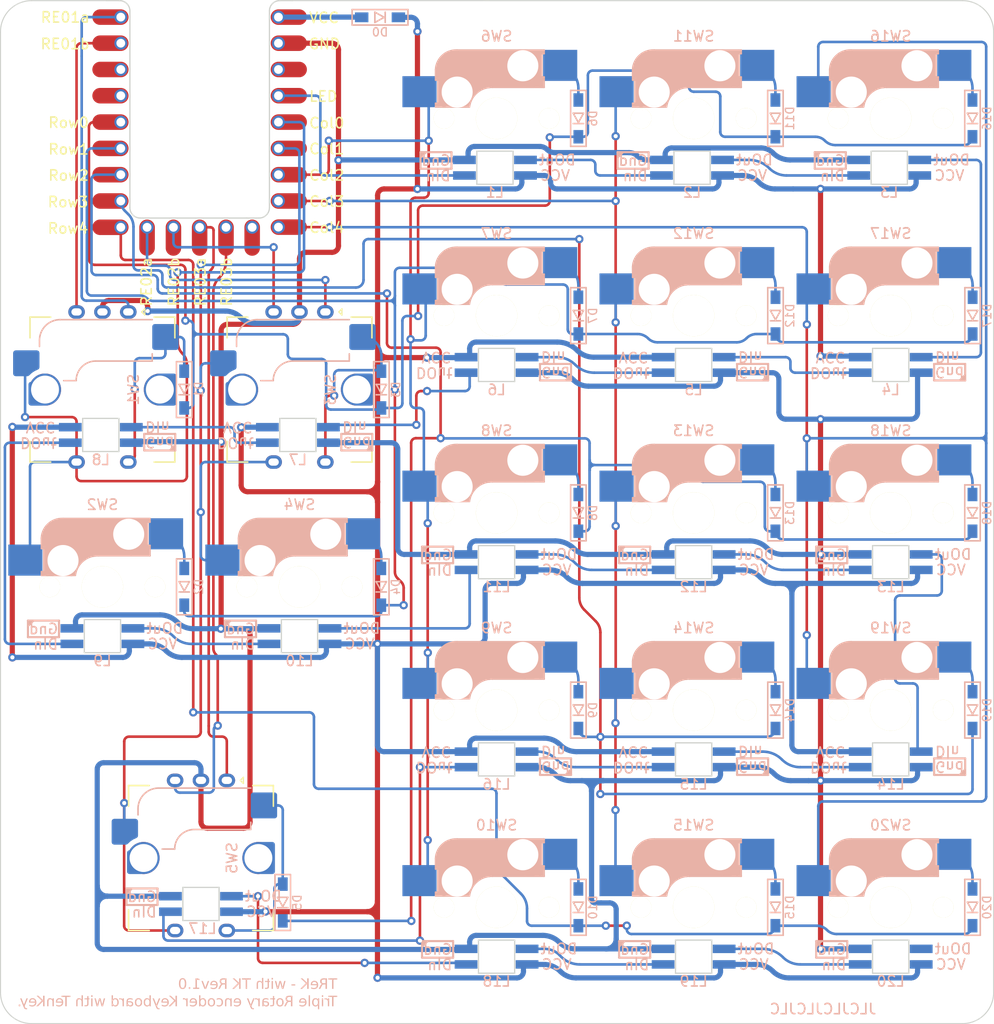
<source format=kicad_pcb>
(kicad_pcb (version 20221018) (generator pcbnew)
  (layers (0 "F.Cu" signal) (31 "B.Cu" signal) (34 "B.Paste" user) (35 "F.Paste" user) (36 "B.SilkS" user "B.Silkscreen") (37 "F.SilkS" user "F.Silkscreen") (38 "B.Mask" user) (39 "F.Mask" user) (44 "Edge.Cuts" user))
  (net 0 "")
  (net 1 "LEDVCC")
  (net 2 "VCC")
  (net 3 "Row0")
  (net 4 "Net-(D1-A)")
  (net 5 "Row1")
  (net 6 "Net-(D2-A)")
  (net 7 "Net-(D3-A)")
  (net 8 "Net-(D4-A)")
  (net 9 "Row2")
  (net 10 "Net-(D5-A)")
  (net 11 "Net-(D6-A)")
  (net 12 "Net-(D7-A)")
  (net 13 "Net-(D8-A)")
  (net 14 "Row3")
  (net 15 "Net-(D9-A)")
  (net 16 "Row4")
  (net 17 "Net-(D10-A)")
  (net 18 "Net-(D11-A)")
  (net 19 "Net-(D12-A)")
  (net 20 "Net-(D13-A)")
  (net 21 "Net-(D14-A)")
  (net 22 "Net-(D15-A)")
  (net 23 "Net-(D16-A)")
  (net 24 "Net-(D17-A)")
  (net 25 "Net-(D18-A)")
  (net 26 "Net-(D19-A)")
  (net 27 "Net-(D20-A)")
  (net 28 "Net-(L1-DOUT)")
  (net 29 "GND")
  (net 30 "LED")
  (net 31 "Net-(L2-DOUT)")
  (net 32 "Net-(L3-DOUT)")
  (net 33 "Net-(L4-DOUT)")
  (net 34 "Net-(L5-DOUT)")
  (net 35 "Net-(L6-DOUT)")
  (net 36 "Net-(L7-DOUT)")
  (net 37 "Net-(L8-DOUT)")
  (net 38 "Net-(L10-DIN)")
  (net 39 "Net-(L10-DOUT)")
  (net 40 "Net-(L11-DOUT)")
  (net 41 "Net-(L12-DOUT)")
  (net 42 "Net-(L13-DOUT)")
  (net 43 "Net-(L14-DOUT)")
  (net 44 "Net-(L15-DOUT)")
  (net 45 "Net-(L16-DOUT)")
  (net 46 "Net-(L17-DOUT)")
  (net 47 "Net-(L18-DOUT)")
  (net 48 "Col0")
  (net 49 "Col1")
  (net 50 "RE01b")
  (net 51 "RE01a")
  (net 52 "Col2")
  (net 53 "Col3")
  (net 54 "Col4")
  (net 55 "Net-(L19-DOUT)")
  (net 56 "RE02b")
  (net 57 "RE02a")
  (net 58 "RE03a")
  (net 59 "RE03b")
  (footprint "kbd_SW:CherryMX_Hotswap_1u" (layer "F.Cu") (at 67.2271 28.6211)
    (fp_text reference "SW6")
    (fp_text value "SW_PUSH" hide)
  )
  (footprint "kbd_SW:CherryMX_Hotswap_1u" (layer "F.Cu") (at 86.2771 28.6211)
    (fp_text reference "SW11")
    (fp_text value "SW_PUSH" hide)
  )
  (footprint "kbd_SW:CherryMX_Hotswap_1u" (layer "F.Cu") (at 105.3271 28.6211)
    (fp_text reference "SW16")
    (fp_text value "SW_PUSH" hide)
  )
  (footprint "kbd_Parts:Diode_SMD" (layer "F.Cu") (at 113.2461 47.6711 90)
    (fp_text reference "D17")
    (fp_text value "D" hide)
  )
  (footprint "kbd_SW:CherryMX_Hotswap_1u" (layer "F.Cu") (at 105.3271 85.7711)
    (fp_text reference "SW19")
    (fp_text value "SW_PUSH" hide)
  )
  (footprint "kbd_SW:CherryMX_Hotswap_1u" (layer "F.Cu") (at 86.2771 66.7211)
    (fp_text reference "SW13")
    (fp_text value "SW_PUSH" hide)
  )
  (footprint "kbd_Parts:Diode_SMD" (layer "F.Cu") (at 37.0376 73.8649 90)
    (fp_text reference "D2")
    (fp_text value "D" hide)
  )
  (footprint "kbd_SW:CherryMX_Hotswap_1u" (layer "F.Cu") (at 105.3271 47.6711)
    (fp_text reference "SW17")
    (fp_text value "SW_PUSH" hide)
  )
  (footprint "kbd_Parts:LED_SK6812MINI-E_BL" (layer "F.Cu") (at 29.1271 78.6274)
    (fp_text reference "L9")
    (fp_text value "SK6812MINI" hide)
    (fp_line (start -1.75 -1.6) (end 1.75 -1.6) (stroke (width 0.12)) (layer "Edge.Cuts"))
    (fp_line (start -1.75 1.6) (end -1.75 -1.6) (stroke (width 0.12)) (layer "Edge.Cuts"))
    (fp_line (start 1.75 -1.6) (end 1.75 1.6) (stroke (width 0.12)) (layer "Edge.Cuts"))
    (fp_line (start 1.75 1.6) (end -1.75 1.6) (stroke (width 0.12)) (layer "Edge.Cuts"))
  )
  (footprint "kbd_SW:CherryMX_Hotswap_1u" (layer "F.Cu") (at 86.2771 85.7711)
    (fp_text reference "SW14")
    (fp_text value "SW_PUSH" hide)
  )
  (footprint "kbd_Parts:Diode_SMD" (layer "F.Cu") (at 75.134 66.7211 90)
    (fp_text reference "D8")
    (fp_text value "D" hide)
  )
  (footprint "kbd_Parts:LED_SK6812MINI-E_BL" (layer "F.Cu") (at 86.2771 90.5336 180)
    (fp_text reference "L15")
    (fp_text value "SK6812MINI" hide)
    (fp_line (start -1.75 -1.6) (end 1.75 -1.6) (stroke (width 0.12)) (layer "Edge.Cuts"))
    (fp_line (start -1.75 1.6) (end -1.75 -1.6) (stroke (width 0.12)) (layer "Edge.Cuts"))
    (fp_line (start 1.75 -1.6) (end 1.75 1.6) (stroke (width 0.12)) (layer "Edge.Cuts"))
    (fp_line (start 1.75 1.6) (end -1.75 1.6) (stroke (width 0.12)) (layer "Edge.Cuts"))
  )
  (footprint "kbd_Parts:LED_SK6812MINI-E_BL" (layer "F.Cu") (at 86.2771 109.5836)
    (fp_text reference "L19")
    (fp_text value "SK6812MINI" hide)
    (fp_line (start -1.75 -1.6) (end 1.75 -1.6) (stroke (width 0.12)) (layer "Edge.Cuts"))
    (fp_line (start -1.75 1.6) (end -1.75 -1.6) (stroke (width 0.12)) (layer "Edge.Cuts"))
    (fp_line (start 1.75 -1.6) (end 1.75 1.6) (stroke (width 0.12)) (layer "Edge.Cuts"))
    (fp_line (start 1.75 1.6) (end -1.75 1.6) (stroke (width 0.12)) (layer "Edge.Cuts"))
  )
  (footprint "kbd_Parts:LED_SK6812MINI-E_BL" (layer "F.Cu") (at 28.9693 59.1961 180)
    (fp_text reference "L8")
    (fp_text value "SK6812MINI" hide)
    (fp_line (start -1.75 -1.6) (end 1.75 -1.6) (stroke (width 0.12)) (layer "Edge.Cuts"))
    (fp_line (start -1.75 1.6) (end -1.75 -1.6) (stroke (width 0.12)) (layer "Edge.Cuts"))
    (fp_line (start 1.75 -1.6) (end 1.75 1.6) (stroke (width 0.12)) (layer "Edge.Cuts"))
    (fp_line (start 1.75 1.6) (end -1.75 1.6) (stroke (width 0.12)) (layer "Edge.Cuts"))
  )
  (footprint "kbd_Parts:LED_SK6812MINI-E_BL" (layer "F.Cu") (at 67.2271 52.4336 180)
    (fp_text reference "L6")
    (fp_text value "SK6812MINI" hide)
    (fp_line (start -1.75 -1.6) (end 1.75 -1.6) (stroke (width 0.12)) (layer "Edge.Cuts"))
    (fp_line (start -1.75 1.6) (end -1.75 -1.6) (stroke (width 0.12)) (layer "Edge.Cuts"))
    (fp_line (start 1.75 -1.6) (end 1.75 1.6) (stroke (width 0.12)) (layer "Edge.Cuts"))
    (fp_line (start 1.75 1.6) (end -1.75 1.6) (stroke (width 0.12)) (layer "Edge.Cuts"))
  )
  (footprint "kbd_Parts:LED_SK6812MINI-E_BL" (layer "F.Cu") (at 105.1866 33.3836)
    (fp_text reference "L3")
    (fp_text value "SK6812MINI" hide)
    (fp_line (start -1.75 -1.6) (end 1.75 -1.6) (stroke (width 0.12)) (layer "Edge.Cuts"))
    (fp_line (start -1.75 1.6) (end -1.75 -1.6) (stroke (width 0.12)) (layer "Edge.Cuts"))
    (fp_line (start 1.75 -1.6) (end 1.75 1.6) (stroke (width 0.12)) (layer "Edge.Cuts"))
    (fp_line (start 1.75 1.6) (end -1.75 1.6) (stroke (width 0.12)) (layer "Edge.Cuts"))
  )
  (footprint "kbd_Parts:Diode_SMD" (layer "F.Cu") (at 56.0942 54.8149 90)
    (fp_text reference "D3")
    (fp_text value "D" hide)
  )
  (footprint "kbd_Parts:Diode_SMD" (layer "F.Cu") (at 94.1906 47.6711 90)
    (fp_text reference "D12")
    (fp_text value "D" hide)
  )
  (footprint "kbd_SW:CherryMX_Hotswap_1u" (layer "F.Cu") (at 67.2271 85.7711)
    (fp_text reference "SW9")
    (fp_text value "SW_PUSH" hide)
  )
  (footprint "kbd_SW:CherryMX_Hotswap_1u" (layer "F.Cu") (at 86.2771 47.6711)
    (fp_text reference "SW12")
    (fp_text value "SW_PUSH" hide)
  )
  (footprint "Switch_CherryMX_Kailh_Socket:SW_Cherry_MX_1.00u_Kailh_EC12" (layer "F.Cu") (at 29.1271 54.8149)
    (fp_text reference "SW1")
    (fp_text value "RotaryEncoder_Switch")
  )
  (footprint "kbd_Parts:Diode_SMD" (layer "F.Cu") (at 56.0825 73.8649 90)
    (fp_text reference "D4")
    (fp_text value "D" hide)
  )
  (footprint "kbd_Parts:LED_SK6812MINI-E_BL" (layer "F.Cu") (at 67.2271 109.5836)
    (fp_text reference "L18")
    (fp_text value "SK6812MINI" hide)
    (fp_line (start -1.75 -1.6) (end 1.75 -1.6) (stroke (width 0.12)) (layer "Edge.Cuts"))
    (fp_line (start -1.75 1.6) (end -1.75 -1.6) (stroke (width 0.12)) (layer "Edge.Cuts"))
    (fp_line (start 1.75 -1.6) (end 1.75 1.6) (stroke (width 0.12)) (layer "Edge.Cuts"))
    (fp_line (start 1.75 1.6) (end -1.75 1.6) (stroke (width 0.12)) (layer "Edge.Cuts"))
  )
  (footprint "kbd_SW:CherryMX_Hotswap_1u" (layer "F.Cu") (at 86.2771 104.8211)
    (fp_text reference "SW15")
    (fp_text value "SW_PUSH" hide)
  )
  (footprint "kbd_Parts:Diode_SMD" (layer "F.Cu") (at 75.134 47.6711 90)
    (fp_text reference "D7")
    (fp_text value "D" hide)
  )
  (footprint "kbd_Parts:LED_SK6812MINI-E_BL" (layer "F.Cu") (at 67.2271 71.4836)
    (fp_text reference "L11")
    (fp_text value "SK6812MINI" hide)
    (fp_line (start -1.75 -1.6) (end 1.75 -1.6) (stroke (width 0.12)) (layer "Edge.Cuts"))
    (fp_line (start -1.75 1.6) (end -1.75 -1.6) (stroke (width 0.12)) (layer "Edge.Cuts"))
    (fp_line (start 1.75 -1.6) (end 1.75 1.6) (stroke (width 0.12)) (layer "Edge.Cuts"))
    (fp_line (start 1.75 1.6) (end -1.75 1.6) (stroke (width 0.12)) (layer "Edge.Cuts"))
  )
  (footprint "kbd_SW:CherryMX_Hotswap_1u" (layer "F.Cu") (at 48.1771 73.8649)
    (fp_text reference "SW4")
    (fp_text value "SW_PUSH" hide)
  )
  (footprint "Switch_CherryMX_Kailh_Socket:SW_Cherry_MX_1.00u_Kailh_EC12" (layer "F.Cu") (at 48.1771 54.8149)
    (fp_text reference "SW3")
    (fp_text value "RotaryEncoder_Switch")
  )
  (footprint "kbd_Parts:Diode_SMD" (layer "F.Cu") (at 75.1351 28.6211 90)
    (fp_text reference "D6")
    (fp_text value "D" hide)
  )
  (footprint "kbd_Parts:LED_SK6812MINI-E_BL" (layer "F.Cu") (at 105.3271 71.4836)
    (fp_text reference "L13")
    (fp_text value "SK6812MINI" hide)
    (fp_line (start -1.75 -1.6) (end 1.75 -1.6) (stroke (width 0.12)) (layer "Edge.Cuts"))
    (fp_line (start -1.75 1.6) (end -1.75 -1.6) (stroke (width 0.12)) (layer "Edge.Cuts"))
    (fp_line (start 1.75 -1.6) (end 1.75 1.6) (stroke (width 0.12)) (layer "Edge.Cuts"))
    (fp_line (start 1.75 1.6) (end -1.75 1.6) (stroke (width 0.12)) (layer "Edge.Cuts"))
  )
  (footprint "kbd_Parts:LED_SK6812MINI-E_BL" (layer "F.Cu") (at 86.2771 52.4336 180)
    (fp_text reference "L5")
    (fp_text value "SK6812MINI" hide)
    (fp_line (start -1.75 -1.6) (end 1.75 -1.6) (stroke (width 0.12)) (layer "Edge.Cuts"))
    (fp_line (start -1.75 1.6) (end -1.75 -1.6) (stroke (width 0.12)) (layer "Edge.Cuts"))
    (fp_line (start 1.75 -1.6) (end 1.75 1.6) (stroke (width 0.12)) (layer "Edge.Cuts"))
    (fp_line (start 1.75 1.6) (end -1.75 1.6) (stroke (width 0.12)) (layer "Edge.Cuts"))
  )
  (footprint "kbd_Parts:LED_SK6812MINI-E_BL" (layer "F.Cu") (at 48.0196 59.1961 180)
    (fp_text reference "L7")
    (fp_text value "SK6812MINI" hide)
    (fp_line (start -1.75 -1.6) (end 1.75 -1.6) (stroke (width 0.12)) (layer "Edge.Cuts"))
    (fp_line (start -1.75 1.6) (end -1.75 -1.6) (stroke (width 0.12)) (layer "Edge.Cuts"))
    (fp_line (start 1.75 -1.6) (end 1.75 1.6) (stroke (width 0.12)) (layer "Edge.Cuts"))
    (fp_line (start 1.75 1.6) (end -1.75 1.6) (stroke (width 0.12)) (layer "Edge.Cuts"))
  )
  (footprint "kbd_Parts:LED_SK6812MINI-E_BL" (layer "F.Cu") (at 86.1229 33.3836)
    (fp_text reference "L2")
    (fp_text value "SK6812MINI" hide)
    (fp_line (start -1.75 -1.6) (end 1.75 -1.6) (stroke (width 0.12)) (layer "Edge.Cuts"))
    (fp_line (start -1.75 1.6) (end -1.75 -1.6) (stroke (width 0.12)) (layer "Edge.Cuts"))
    (fp_line (start 1.75 -1.6) (end 1.75 1.6) (stroke (width 0.12)) (layer "Edge.Cuts"))
    (fp_line (start 1.75 1.6) (end -1.75 1.6) (stroke (width 0.12)) (layer "Edge.Cuts"))
  )
  (footprint "kbd_Parts:Diode_SMD" (layer "F.Cu") (at 113.2357 104.8211 90)
    (fp_text reference "D20")
    (fp_text value "D" hide)
  )
  (footprint "Switch_CherryMX_Kailh_Socket:SW_Cherry_MX_1.00u_Kailh_EC12" (layer "F.Cu") (at 38.6521 100.0586)
    (fp_text reference "SW5")
    (fp_text value "RotaryEncoder_Switch")
  )
  (footprint "kbd_Parts:Diode_SMD" (layer "F.Cu") (at 37.0298 54.8149 90)
    (fp_text reference "D1")
    (fp_text value "D" hide)
  )
  (footprint "kbd_Parts:Diode_SMD" (layer "F.Cu") (at 55.9624 18.8587 180)
    (fp_text reference "D0")
    (fp_text value "D" hide)
  )
  (footprint "kbd_SW:CherryMX_Hotswap_1u" (layer "F.Cu") (at 105.3271 66.7211)
    (fp_text reference "SW18")
    (fp_text value "SW_PUSH" hide)
  )
  (footprint "kbd_Parts:Diode_SMD" (layer "F.Cu") (at 75.136 104.8211 90)
    (fp_text reference "D10")
    (fp_text value "D" hide)
  )
  (footprint "kbd_Parts:LED_SK6812MINI-E_BL" (layer "F.Cu") (at 67.0712 33.3836)
    (fp_text reference "L1")
    (fp_text value "SK6812MINI" hide)
    (fp_line (start -1.75 -1.6) (end 1.75 -1.6) (stroke (width 0.12)) (layer "Edge.Cuts"))
    (fp_line (start -1.75 1.6) (end -1.75 -1.6) (stroke (width 0.12)) (layer "Edge.Cuts"))
    (fp_line (start 1.75 -1.6) (end 1.75 1.6) (stroke (width 0.12)) (layer "Edge.Cuts"))
    (fp_line (start 1.75 1.6) (end -1.75 1.6) (stroke (width 0.12)) (layer "Edge.Cuts"))
  )
  (footprint "kbd_SW:CherryMX_Hotswap_1u" (layer "F.Cu") (at 67.2271 104.8211)
    (fp_text reference "SW10")
    (fp_text value "SW_PUSH" hide)
  )
  (footprint "kbd_Parts:LED_SK6812MINI-E_BL" (layer "F.Cu") (at 105.3271 90.5336 180)
    (fp_text reference "L14")
    (fp_text value "SK6812MINI" hide)
    (fp_line (start -1.75 -1.6) (end 1.75 -1.6) (stroke (width 0.12)) (layer "Edge.Cuts"))
    (fp_line (start -1.75 1.6) (end -1.75 -1.6) (stroke (width 0.12)) (layer "Edge.Cuts"))
    (fp_line (start 1.75 -1.6) (end 1.75 1.6) (stroke (width 0.12)) (layer "Edge.Cuts"))
    (fp_line (start 1.75 1.6) (end -1.75 1.6) (stroke (width 0.12)) (layer "Edge.Cuts"))
  )
  (footprint "kbd_Parts:Diode_SMD" (layer "F.Cu") (at 94.1812 28.6211 90)
    (fp_text reference "D11")
    (fp_text value "D" hide)
  )
  (footprint "kbd_SW:CherryMX_Hotswap_1u" (layer "F.Cu") (at 67.2271 66.7211)
    (fp_text reference "SW8")
    (fp_text value "SW_PUSH" hide)
  )
  (footprint "kbd_Parts:Diode_SMD" (layer "F.Cu") (at 46.5587 104.3553 90)
    (fp_text reference "D5")
    (fp_text value "D" hide)
  )
  (footprint "kbd_Parts:LED_SK6812MINI-E_BL" (layer "F.Cu") (at 86.2771 71.4836)
    (fp_text reference "L12")
    (fp_text value "SK6812MINI" hide)
    (fp_line (start -1.75 -1.6) (end 1.75 -1.6) (stroke (width 0.12)) (layer "Edge.Cuts"))
    (fp_line (start -1.75 1.6) (end -1.75 -1.6) (stroke (width 0.12)) (layer "Edge.Cuts"))
    (fp_line (start 1.75 -1.6) (end 1.75 1.6) (stroke (width 0.12)) (layer "Edge.Cuts"))
    (fp_line (start 1.75 1.6) (end -1.75 1.6) (stroke (width 0.12)) (layer "Edge.Cuts"))
  )
  (footprint "kbd_Parts:LED_SK6812MINI-E_BL" (layer "F.Cu") (at 105.3271 52.4336 180)
    (fp_text reference "L4")
    (fp_text value "SK6812MINI" hide)
    (fp_line (start -1.75 -1.6) (end 1.75 -1.6) (stroke (width 0.12)) (layer "Edge.Cuts"))
    (fp_line (start -1.75 1.6) (end -1.75 -1.6) (stroke (width 0.12)) (layer "Edge.Cuts"))
    (fp_line (start 1.75 -1.6) (end 1.75 1.6) (stroke (width 0.12)) (layer "Edge.Cuts"))
    (fp_line (start 1.75 1.6) (end -1.75 1.6) (stroke (width 0.12)) (layer "Edge.Cuts"))
  )
  (footprint "kbd_SW:CherryMX_Hotswap_1u" (layer "F.Cu") (at 29.1271 73.8649)
    (fp_text reference "SW2")
    (fp_text value "SW_PUSH" hide)
  )
  (footprint "kbd_Parts:Diode_SMD" (layer "F.Cu") (at 75.1356 85.7711 90)
    (fp_text reference "D9")
    (fp_text value "D" hide)
  )
  (footprint "kbd_SW:CherryMX_Hotswap_1u" (layer "F.Cu") (at 105.3271 104.8211)
    (fp_text reference "SW20")
    (fp_text value "SW_PUSH" hide)
  )
  (footprint "kbd_Parts:Diode_SMD" (layer "F.Cu") (at 94.1824 66.7211 90)
    (fp_text reference "D13")
    (fp_text value "D" hide)
  )
  (footprint "kbd_Parts:Diode_SMD" (layer "F.Cu") (at 113.2321 28.6211 90)
    (fp_text reference "D16")
    (fp_text value "D" hide)
  )
  (footprint "kbd_Parts:LED_SK6812MINI-E_BL" (layer "F.Cu") (at 38.6521 104.4961)
    (fp_text reference "L17")
    (fp_text value "SK6812MINI" hide)
    (fp_line (start -1.75 -1.6) (end 1.75 -1.6) (stroke (width 0.12)) (layer "Edge.Cuts"))
    (fp_line (start -1.75 1.6) (end -1.75 -1.6) (stroke (width 0.12)) (layer "Edge.Cuts"))
    (fp_line (start 1.75 -1.6) (end 1.75 1.6) (stroke (width 0.12)) (layer "Edge.Cuts"))
    (fp_line (start 1.75 1.6) (end -1.75 1.6) (stroke (width 0.12)) (layer "Edge.Cuts"))
  )
  (footprint "kbd_Parts:Diode_SMD" (layer "F.Cu") (at 94.1829 104.8211 90)
    (fp_text reference "D15")
    (fp_text value "D" hide)
  )
  (footprint "kbd_Parts:Diode_SMD" (layer "F.Cu") (at 113.2336 66.7211 90)
    (fp_text reference "D18")
    (fp_text value "D" hide)
  )
  (footprint "kbd_Parts:Diode_SMD" (layer "F.Cu") (at 113.2376 85.7711 90)
    (fp_text reference "D19")
    (fp_text value "D" hide)
  )
  (footprint "kbd_Parts:Diode_SMD" (layer "F.Cu") (at 94.192 85.7711 90)
    (fp_text reference "D14")
    (fp_text value "D" hide)
  )
  (footprint "kbd_SW:CherryMX_Hotswap_1u" (layer "F.Cu") (at 67.2271 47.6711)
    (fp_text reference "SW7")
    (fp_text value "SW_PUSH" hide)
  )
  (footprint "kbd_Parts:LED_SK6812MINI-E_BL" (layer "F.Cu") (at 105.3271 109.5836)
    (fp_text reference "L20")
    (fp_text value "SK6812MINI" hide)
    (fp_line (start -1.75 -1.6) (end 1.75 -1.6) (stroke (width 0.12)) (layer "Edge.Cuts"))
    (fp_line (start -1.75 1.6) (end -1.75 -1.6) (stroke (width 0.12)) (layer "Edge.Cuts"))
    (fp_line (start 1.75 -1.6) (end 1.75 1.6) (stroke (width 0.12)) (layer "Edge.Cuts"))
    (fp_line (start 1.75 1.6) (end -1.75 1.6) (stroke (width 0.12)) (layer "Edge.Cuts"))
  )
  (footprint "kbd_Parts:LED_SK6812MINI-E_BL" (layer "F.Cu") (at 67.2271 90.5336 180)
    (fp_text reference "L16")
    (fp_text value "SK6812MINI" hide)
    (fp_line (start -1.75 -1.6) (end 1.75 -1.6) (stroke (width 0.12)) (layer "Edge.Cuts"))
    (fp_line (start -1.75 1.6) (end -1.75 -1.6) (stroke (width 0.12)) (layer "Edge.Cuts"))
    (fp_line (start 1.75 -1.6) (end 1.75 1.6) (stroke (width 0.12)) (layer "Edge.Cuts"))
    (fp_line (start 1.75 1.6) (end -1.75 1.6) (stroke (width 0.12)) (layer "Edge.Cuts"))
  )
  (footprint "kbd_Parts:LED_SK6812MINI-E_BL" (layer "F.Cu") (at 48.1771 78.6274)
    (fp_text reference "L10")
    (fp_text value "SK6812MINI" hide)
    (fp_line (start -1.75 -1.6) (end 1.75 -1.6) (stroke (width 0.12)) (layer "Edge.Cuts"))
    (fp_line (start -1.75 1.6) (end -1.75 -1.6) (stroke (width 0.12)) (layer "Edge.Cuts"))
    (fp_line (start 1.75 -1.6) (end 1.75 1.6) (stroke (width 0.12)) (layer "Edge.Cuts"))
    (fp_line (start 1.75 1.6) (end -1.75 1.6) (stroke (width 0.12)) (layer "Edge.Cuts"))
  )
  (footprint "mcu:rp2040-zero-smd-rev-with-th" (layer "F.Cu") (at 38.5224 28.8235)
    (fp_text reference "U1" hide)
    (fp_text value "rp2040-zero" hide)
    (fp_line (start -7.740734 -11.577147) (end -9.001334 -11.577147) (stroke (width 0.12)) (layer "Edge.Cuts"))
    (fp_line (start -6.740734 -10.577147) (end -6.740734 8.422853) (stroke (width 0.12)) (layer "Edge.Cuts"))
    (fp_line (start -5.740734 9.422853) (end 4.562266 9.422853) (stroke (width 0.12)) (layer "Edge.Cuts"))
    (fp_line (start 4.562266 9.422853) (end 5.746666 9.422853) (stroke (width 0.12)) (layer "Edge.Cuts"))
    (fp_line (start 6.746666 8.422853) (end 6.746666 -10.577147) (stroke (width 0.12)) (layer "Edge.Cuts"))
    (fp_line (start 7.746666 -11.577147) (end 8.983666 -11.577147) (stroke (width 0.12)) (layer "Edge.Cuts"))
    (fp_arc (start -7.740734 -11.577147) (mid -7.033628 -11.284253) (end -6.740734 -10.577147) (stroke (width 0.12)) (layer "Edge.Cuts"))
    (fp_arc (start -5.740734 9.422853) (mid -6.44784 9.129959) (end -6.740734 8.422853) (stroke (width 0.12)) (layer "Edge.Cuts"))
    (fp_arc (start 6.746666 -10.577147) (mid 7.039561 -11.28425) (end 7.746666 -11.577147) (stroke (width 0.12)) (layer "Edge.Cuts"))
    (fp_arc (start 6.746666 8.422853) (mid 6.453775 9.129964) (end 5.746666 9.422853) (stroke (width 0.12)) (layer "Edge.Cuts"))
  )
  (gr_arc (start 22.275 116.05) (mid 20.15368 115.17132) (end 19.275 113.05) (stroke (width 0.1)) (layer "Edge.Cuts"))
  (gr_arc (start 19.275 20.25) (mid 20.15368 18.12868) (end 22.275 17.25) (stroke (width 0.1)) (layer "Edge.Cuts"))
  (gr_arc (start 115.275 113.05) (mid 114.39632 115.17132) (end 112.275 116.05) (stroke (width 0.1)) (layer "Edge.Cuts"))
  (gr_arc (start 112.275 17.25) (mid 114.39632 18.12868) (end 115.275 20.25) (stroke (width 0.1)) (layer "Edge.Cuts"))
  (gr_line (start 22.275 116.05) (end 112.275 116.05) (stroke (width 0.1)) (layer "Edge.Cuts"))
  (gr_line (start 19.275 20.25) (end 19.275 113.05) (stroke (width 0.1)) (layer "Edge.Cuts"))
  (gr_line (start 115.275 20.25) (end 115.275 113.05) (stroke (width 0.1)) (layer "Edge.Cuts"))
  (gr_line (start 22.275 17.25) (end 29.5211 17.246314) (stroke (width 0.1)) (layer "Edge.Cuts"))
  (gr_line (start 47.5061 17.246314) (end 112.275 17.25) (stroke (width 0.1)) (layer "Edge.Cuts"))
  (gr_text "JLCJLCJLCJLC" (at 104.0224 115.2235) (layer "B.SilkS") (effects (font (size 1 1)) (justify left bottom mirror)))
  (gr_text "TReK - with TK Rev1.0\nTriple Rotary encoder Keyboard with TenKey." (at 51.8224 113.1235) (layer "B.SilkS") (effects (font (size 1 1)) (justify left mirror)))
  (segment (start 20.411024 58.450964) (end 20.411024 80.651836) (width 0.5) (layer "F.Cu") (net 1))
  (segment (start 55.722958 79.373888) (end 55.727112 79.369734) (width 0.5) (layer "F.Cu") (net 1))
  (segment (start 43.168352 64.678635) (end 54.70707 64.678635) (width 0.5) (layer "F.Cu") (net 1))
  (segment (start 42.537966 58.45745) (end 42.537966 64.048249) (width 0.5) (layer "F.Cu") (net 1))
  (segment (start 55.7271 36.062673) (end 55.7271 50.577114) (width 0.5) (layer "F.Cu") (net 1))
  (segment (start 55.7271 63.703097) (end 55.7271 52.536092) (width 0.5) (layer "F.Cu") (net 1))
  (segment (start 60.5051 51.7247) (end 56.738339 51.7247) (width 0.5) (layer "F.Cu") (net 1))
  (segment (start 55.7271 50.577114) (end 55.7271 52.536092) (width 0.5) (layer "F.Cu") (net 1))
  (segment (start 55.7271 65.698665) (end 55.7271 63.703097) (width 0.5) (layer "F.Cu") (net 1))
  (segment (start 59.579 20.2194) (end 59.579 35.4339) (width 0.5) (layer "F.Cu") (net 1))
  (segment (start 55.714548 106.201694) (end 55.714548 111.615648) (width 0.5) (layer "F.Cu") (net 1))
  (segment (start 59.5758 35.4339) (end 56.355873 35.4339) (width 0.5) (layer "F.Cu") (net 1))
  (segment (start 44.8907 105.2235) (end 44.9133 105.2461) (width 0.5) (layer "F.Cu") (net 1))
  (segment (start 55.727102 50.713475) (end 55.7271 50.577114) (width 0.5) (layer "F.Cu") (net 1))
  (segment (start 98.5452 51.5799) (end 98.5452 35.4355) (width 0.5) (layer "F.Cu") (net 1))
  (segment (start 44.9133 105.2461) (end 54.758954 105.2461) (width 0.5) (layer "F.Cu") (net 1))
  (segment (start 55.714548 104.2235) (end 55.714548 106.201694) (width 0.5) (layer "F.Cu") (net 1))
  (segment (start 55.7271 79.361336) (end 55.7271 65.698665) (width 0.5) (layer "F.Cu") (net 1))
  (segment (start 55.714548 79.373888) (end 55.722958 79.373888) (width 0.5) (layer "F.Cu") (net 1))
  (segment (start 55.714548 79.373888) (end 55.714548 104.2235) (width 0.5) (layer "F.Cu") (net 1))
  (segment (start 59.579 35.4339) (end 59.5758 35.4339) (width 0.5) (layer "F.Cu") (net 1))
  (via (at 20.4224 58.4235) (size 0.8) (drill 0.4) (layers "F.Cu" "B.Cu") (net 1))
  (via (at 20.4224 80.6793) (size 0.8) (drill 0.4) (layers "F.Cu" "B.Cu") (net 1))
  (via (at 98.5452 35.4355) (size 0.8) (drill 0.4) (layers "F.Cu" "B.Cu") (net 1))
  (via (at 44.8907 105.2235) (size 0.8) (drill 0.4) (layers "F.Cu" "B.Cu") (net 1))
  (via (at 59.5758 35.4339) (size 0.8) (drill 0.4) (layers "F.Cu" "B.Cu") (net 1))
  (via (at 55.714548 79.373888) (size 0.8) (drill 0.4) (layers "F.Cu" "B.Cu") (net 1))
  (via (at 42.537966 58.45745) (size 0.8) (drill 0.4) (layers "F.Cu" "B.Cu") (net 1))
  (via (at 60.5051 51.7247) (size 0.8) (drill 0.4) (layers "F.Cu" "B.Cu") (net 1))
  (via (at 98.5452 51.5799) (size 0.8) (drill 0.4) (layers "F.Cu" "B.Cu") (net 1))
  (via (at 55.7224 111.6235) (size 0.8) (drill 0.4) (layers "F.Cu" "B.Cu") (net 1))
  (via (at 59.579 20.2194) (size 0.8) (drill 0.4) (layers "F.Cu" "B.Cu") (net 1))
  (arc (start 20.411024 80.651836) (mid 20.41398 80.666699) (end 20.4224 80.6793) (width 0.5) (layer "F.Cu") (net 1))
  (arc (start 54.758954 105.2461) (mid 55.434661 105.525987) (end 55.714548 106.201694) (width 0.5) (layer "F.Cu") (net 1))
  (arc (start 54.691948 105.2461) (mid 55.415035 104.946587) (end 55.714548 104.2235) (width 0.5) (layer "F.Cu") (net 1))
  (arc (start 56.738339 51.7247) (mid 56.023291 51.42852) (end 55.727102 50.713475) (width 0.5) (layer "F.Cu") (net 1))
  (arc (start 56.538492 51.7247) (mid 55.964751 51.962351) (end 55.7271 52.536092) (width 0.5) (layer "F.Cu") (net 1))
  (arc (start 55.727112 79.369734) (mid 55.726552 79.364977) (end 55.7271 79.361336) (width 0.5) (layer "F.Cu") (net 1))
  (arc (start 54.751562 64.678635) (mid 55.441372 64.392907) (end 55.7271 63.703097) (width 0.5) (layer "F.Cu") (net 1))
  (arc (start 54.70707 64.678635) (mid 55.42834 64.977395) (end 55.7271 65.698665) (width 0.5) (layer "F.Cu") (net 1))
  (arc (start 55.714548 111.615648) (mid 55.716848 111.6212) (end 55.7224 111.6235) (width 0.5) (layer "F.Cu") (net 1))
  (arc (start 56.355873 35.4339) (mid 55.911263 35.618063) (end 55.7271 36.062673) (width 0.5) (layer "F.Cu") (net 1))
  (arc (start 42.537966 64.048249) (mid 42.722616 64.493985) (end 43.168352 64.678635) (width 0.5) (layer "F.Cu") (net 1))
  (arc (start 20.4224 58.4235) (mid 20.41398 58.436101) (end 20.411024 58.450964) (width 0.5) (layer "F.Cu") (net 1))
  (segment (start 45.4196 58.4461) (end 42.549316 58.4461) (width 0.5) (layer "B.Cu") (net 1))
  (segment (start 26.3693 58.4461) (end 20.476961 58.4461) (width 0.5) (layer "B.Cu") (net 1))
  (segment (start 66.747952 73.5355) (end 69.19791 73.5355) (width 0.5) (layer "B.Cu") (net 1))
  (segment (start 88.8771 110.3336) (end 92.348121 110.3336) (width 0.5) (layer "B.Cu") (net 1))
  (segment (start 69.8271 72.2336) (end 72.382848 72.2336) (width 0.5) (layer "B.Cu") (net 1))
  (segment (start 74.902804 111.6359) (end 88.247799 111.6359) (width 0.5) (layer "B.Cu") (net 1))
  (segment (start 50.7771 80.050245) (end 50.7771 79.3774) (width 0.5) (layer "B.Cu") (net 1))
  (segment (start 102.7271 51.5799) (end 98.5452 51.5799) (width 0.5) (layer "B.Cu") (net 1))
  (segment (start 59.5758 35.4339) (end 59.5758 35.4355) (width 0.5) (layer "B.Cu") (net 1))
  (segment (start 76.613462 51.6836) (end 83.6771 51.6836) (width 0.5) (layer "B.Cu") (net 1))
  (segment (start 96.791996 73.5355) (end 107.299426 73.5355) (width 0.5) (layer "B.Cu") (net 1))
  (segment (start 55.714548 79.373888) (end 55.714548 89.151163) (width 0.5) (layer "B.Cu") (net 1))
  (segment (start 69.6712 34.1336) (end 71.819662 34.1336) (width 0.5) (layer "B.Cu") (net 1))
  (segment (start 88.7229 34.808421) (end 88.7229 34.1336) (width 0.5) (layer "B.Cu") (net 1))
  (segment (start 74.961464 89.7836) (end 83.6771 89.7836) (width 0.5) (layer "B.Cu") (net 1))
  (segment (start 69.8271 110.3336) (end 69.8271 111.004024) (width 0.5) (layer "B.Cu") (net 1))
  (segment (start 107.9271 72.907826) (end 107.9271 72.2336) (width 0.5) (layer "B.Cu") (net 1))
  (segment (start 64.6271 51.6836) (end 64.6271 51.7247) (width 0.5) (layer "B.Cu") (net 1))
  (segment (start 95.7752 89.154144) (end 95.7752 74.552296) (width 0.5) (layer "B.Cu") (net 1))
  (segment (start 31.7271 79.3774) (end 33.662645 79.3774) (width 0.5) (layer "B.Cu") (net 1))
  (segment (start 55.714548 79.373888) (end 55.71806 79.3774) (width 0.5) (layer "B.Cu") (net 1))
  (segment (start 64.6271 51.7247) (end 60.5051 51.7247) (width 0.5) (layer "B.Cu") (net 1))
  (segment (start 36.805709 80.6793) (end 50.148045 80.6793) (width 0.5) (layer "B.Cu") (net 1))
  (segment (start 102.7271 89.7836) (end 96.404656 89.7836) (width 0.5) (layer "B.Cu") (net 1))
  (segment (start 41.2521 105.2461) (end 44.8681 105.2461) (width 0.5) (layer "B.Cu") (net 1))
  (segment (start 55.71806 79.3774) (end 65.491207 79.3774) (width 0.5) (layer "B.Cu") (net 1))
  (segment (start 59.5758 35.4355) (end 69.043318 35.4355) (width 0.5) (layer "B.Cu") (net 1))
  (segment (start 88.8771 72.906184) (end 88.8771 72.2336) (width 0.5) (layer "B.Cu") (net 1))
  (segment (start 88.8771 111.006599) (end 88.8771 110.3336) (width 0.5) (layer "B.Cu") (net 1))
  (segment (start 69.8271 110.3336) (end 71.758775 110.3336) (width 0.5) (layer "B.Cu") (net 1))
  (segment (start 55.714548 79.373888) (end 55.711036 79.3774) (width 0.5) (layer "B.Cu") (net 1))
  (segment (start 94.139845 35.4355) (end 95.897681 35.4355) (width 0.5) (layer "B.Cu") (net 1))
  (segment (start 65.255696 88.4817) (end 71.818401 88.4817) (width 0.5) (layer "B.Cu") (net 1))
  (segment (start 42.549316 58.4461) (end 42.537966 58.45745) (width 0.5) (layer "B.Cu") (net 1))
  (segment (start 72.449173 34.763111) (end 72.449173 34.808888) (width 0.5) (layer "B.Cu") (net 1))
  (segment (start 64.6271 89.7836) (end 64.6271 89.110296) (width 0.5) (layer "B.Cu") (net 1))
  (segment (start 64.6271 51.6836) (end 64.6271 50.852619) (width 0.5) (layer "B.Cu") (net 1))
  (segment (start 56.346985 89.7836) (end 64.6271 89.7836) (width 0.5) (layer "B.Cu") (net 1))
  (segment (start 66.120227 78.74838) (end 66.120227 74.163225) (width 0.5) (layer "B.Cu") (net 1))
  (segment (start 44.8681 105.2461) (end 44.8907 105.2235) (width 0.5) (layer "B.Cu") (net 1))
  (segment (start 88.7229 34.1336) (end 90.996781 34.1336) (width 0.5) (layer "B.Cu") (net 1))
  (segment (start 31.7271 80.051309) (end 31.7271 79.3774) (width 0.5) (layer "B.Cu") (net 1))
  (segment (start 55.711036 79.3774) (end 50.7771 79.3774) (width 0.5) (layer "B.Cu") (net 1))
  (segment (start 57.7374 18.8587) (end 58.94936 18.8587) (width 0.5) (layer "B.Cu") (net 1))
  (segment (start 95.49215 111.6359) (end 107.298991 111.6359) (width 0.5) (layer "B.Cu") (net 1))
  (segment (start 20.4224 80.6793) (end 31.099109 80.6793) (width 0.5) (layer "B.Cu") (net 1))
  (segment (start 65.256219 50.2235) (end 73.08847 50.2235) (width 0.5) (layer "B.Cu") (net 1))
  (segment (start 95.897681 35.4355) (end 98.5452 35.4355) (width 0.5) (layer "B.Cu") (net 1))
  (segment (start 107.7866 34.806555) (end 107.7866 34.1336) (width 0.5) (layer "B.Cu") (net 1))
  (segment (start 107.9271 111.007791) (end 107.9271 110.3336) (width 0.5) (layer "B.Cu") (net 1))
  (segment (start 91.028457 72.2336) (end 88.8771 72.2336) (width 0.5) (layer "B.Cu") (net 1))
  (segment (start 96.791996 73.5355) (end 94.171521 73.5355) (width 0.5) (layer "B.Cu") (net 1))
  (segment (start 69.8271 72.90631) (end 69.8271 72.2336) (width 0.5) (layer "B.Cu") (net 1))
  (segment (start 69.6712 34.807618) (end 69.6712 34.1336) (width 0.5) (layer "B.Cu") (net 1))
  (segment (start 102.7271 51.6836) (end 102.7271 51.5799) (width 0.5) (layer "B.Cu") (net 1))
  (segment (start 69.195224 111.6359) (end 55.7348 111.6359) (width 0.5) (layer "B.Cu") (net 1))
  (segment (start 98.5452 35.4355) (end 107.157655 35.4355) (width 0.5) (layer "B.Cu") (net 1))
  (segment (start 59.579 20.2194) (end 59.579 19.48834) (width 0.5) (layer "B.Cu") (net 1))
  (segment (start 73.075785 35.4355) (end 88.095821 35.4355) (width 0.5) (layer "B.Cu") (net 1))
  (segment (start 75.525912 73.5355) (end 88.247784 73.5355) (width 0.5) (layer "B.Cu") (net 1))
  (arc (start 93.926432 110.987358) (mid 94.64479 111.46735) (end 95.49215 111.6359) (width 0.5) (layer "B.Cu") (net 1))
  (arc (start 95.7752 74.552296) (mid 96.073013 73.833313) (end 96.791996 73.5355) (width 0.5) (layer "B.Cu") (net 1))
  (arc (start 107.299426 73.5355) (mid 107.743259 73.351659) (end 107.9271 72.907826) (width 0.5) (layer "B.Cu") (net 1))
  (arc (start 50.148045 80.6793) (mid 50.592854 80.495054) (end 50.7771 80.050245) (width 0.5) (layer "B.Cu") (net 1))
  (arc (start 96.404656 89.7836) (mid 95.959563 89.599237) (end 95.7752 89.154144) (width 0.5) (layer "B.Cu") (net 1))
  (arc (start 72.449173 34.808888) (mid 72.632703 35.25197) (end 73.075785 35.4355) (width 0.5) (layer "B.Cu") (net 1))
  (arc (start 69.8271 111.004024) (mid 69.642021 111.450821) (end 69.195224 111.6359) (width 0.5) (layer "B.Cu") (net 1))
  (arc (start 55.714548 89.151163) (mid 55.899785 89.598363) (end 56.346985 89.7836) (width 0.5) (layer "B.Cu") (net 1))
  (arc (start 33.662645 79.3774) (mid 34.540998 79.552116) (end 35.285631 80.049663) (width 0.5) (layer "B.Cu") (net 1))
  (arc (start 92.706106 72.928505) (mid 91.936393 72.4142) (end 91.028457 72.2336) (width 0.5) (layer "B.Cu") (net 1))
  (arc (start 94.171521 73.5355) (mid 93.378443 73.377747) (end 92.706106 72.928505) (width 0.5) (layer "B.Cu") (net 1))
  (arc (start 73.08847 50.2235) (mid 74.131539 50.430979) (end 75.015811 51.021831) (width 0.5) (layer "B.Cu") (net 1))
  (arc (start 65.491207 79.3774) (mid 65.935999 79.19318) (end 66.120227 78.74838) (width 0.5) (layer "B.Cu") (net 1))
  (arc (start 69.19791 73.5355) (mid 69.642815 73.351215) (end 69.8271 72.90631) (width 0.5) (layer "B.Cu") (net 1))
  (arc (start 58.94936 18.8587) (mid 59.394583 19.043117) (end 59.579 19.48834) (width 0.5) (layer "B.Cu") (net 1))
  (arc (start 88.247799 111.6359) (mid 88.692782 111.451582) (end 88.8771 111.006599) (width 0.5) (layer "B.Cu") (net 1))
  (arc (start 92.578916 34.788942) (mid 93.295076 35.267465) (end 94.139845 35.4355) (width 0.5) (layer "B.Cu") (net 1))
  (arc (start 71.818401 88.4817) (mid 72.666395 88.650376) (end 73.38529 89.130727) (width 0.5) (layer "B.Cu") (net 1))
  (arc (start 92.348121 110.3336) (mid 93.202296 110.503506) (end 93.926432 110.987358) (width 0.5) (layer "B.Cu") (net 1))
  (arc (start 88.095821 35.4355) (mid 88.539233 35.251833) (end 88.7229 34.808421) (width 0.5) (layer "B.Cu") (net 1))
  (arc (start 73.990009 72.899308) (mid 74.694687 73.370159) (end 75.525912 73.5355) (width 0.5) (layer "B.Cu") (net 1))
  (arc (start 88.247784 73.5355) (mid 88.692778 73.351178) (end 88.8771 72.906184) (width 0.5) (layer "B.Cu") (net 1))
  (arc (start 20.476961 58.4461) (mid 20.447433 58.440227) (end 20.4224 58.4235) (width 0.5) (layer "B.Cu") (net 1))
  (arc (start 107.157655 35.4355) (mid 107.602386 35.251286) (end 107.7866 34.806555) (width 0.5) (layer "B.Cu") (net 1))
  (arc (start 95.7752 74.493519) (mid 95.494603 73.816097) (end 94.817181 73.5355) (width 0.5) (layer "B.Cu") (net 1))
  (arc (start 71.819662 34.1336) (mid 72.264793 34.31798) (end 72.449173 34.763111) (width 0.5) (layer "B.Cu") (net 1))
  (arc (start 90.996781 34.1336) (mid 91.853026 34.303918) (end 92.578916 34.788942) (width 0.5) (layer "B.Cu") (net 1))
  (arc (start 64.6271 50.852619) (mid 64.811365 50.407765) (end 65.256219 50.2235) (width 0.5) (layer "B.Cu") (net 1))
  (arc (start 71.758775 110.3336) (mid 72.649298 110.510736) (end 73.404247 111.015177) (width 0.5) (layer "B.Cu") (net 1))
  (arc (start 75.015811 51.021831) (mid 75.748819 51.511612) (end 76.613462 51.6836) (width 0.5) (layer "B.Cu") (net 1))
  (arc (start 55.7348 111.6359) (mid 55.726032 111.632268) (end 55.7224 111.6235) (width 0.5) (layer "B.Cu") (net 1))
  (arc (start 73.404247 111.015177) (mid 74.09179 111.474579) (end 74.902804 111.6359) (width 0.5) (layer "B.Cu") (net 1))
  (arc (start 107.298991 111.6359) (mid 107.743131 111.451931) (end 107.9271 111.007791) (width 0.5) (layer "B.Cu") (net 1))
  (arc (start 66.120227 74.163225) (mid 66.304083 73.719356) (end 66.747952 73.5355) (width 0.5) (layer "B.Cu") (net 1))
  (arc (start 64.6271 89.110296) (mid 64.811212 88.665812) (end 65.255696 88.4817) (width 0.5) (layer "B.Cu") (net 1))
  (arc (start 69.043318 35.4355) (mid 69.487298 35.251598) (end 69.6712 34.807618) (width 0.5) (layer "B.Cu") (net 1))
  (arc (start 73.38529 89.130727) (mid 74.108444 89.613924) (end 74.961464 89.7836) (width 0.5) (layer "B.Cu") (net 1))
  (arc (start 35.285631 80.049663) (mid 35.983048 80.515662) (end 36.805709 80.6793) (width 0.5) (layer "B.Cu") (net 1))
  (arc (start 31.099109 80.6793) (mid 31.543166 80.495366) (end 31.7271 80.051309) (width 0.5) (layer "B.Cu") (net 1))
  (arc (start 72.382848 72.2336) (mid 73.252637 72.406612) (end 73.990009 72.899308) (width 0.5) (layer "B.Cu") (net 1))
  (segment (start 54.1874 18.8392) (end 54.1874 18.8587) (width 0.5) (layer "B.Cu") (net 2))
  (segment (start 46.1421 18.8392) (end 54.1874 18.8392) (width 0.5) (layer "B.Cu") (net 2))
  (segment (start 37.148 43.227859) (end 37.148 48.1533) (width 0.25) (layer "F.Cu") (net 3))
  (segment (start 72.372361 30.456658) (end 72.372361 36.583617) (width 0.25) (layer "F.Cu") (net 3))
  (segment (start 71.911378 37.0446) (end 60.09952 37.0446) (width 0.25) (layer "F.Cu") (net 3))
  (segment (start 30.902066 28.979159) (end 28.284235 28.979159) (width 0.25) (layer "F.Cu") (net 3))
  (segment (start 28.399502 42.768303) (end 36.688444 42.768303) (width 0.25) (layer "F.Cu") (net 3))
  (segment (start 27.8252 29.438194) (end 27.8252 42.194001) (width 0.25) (layer "F.Cu") (net 3))
  (segment (start 59.6412 37.50292) (end 59.6412 47.7088) (width 0.25) (layer "F.Cu") (net 3))
  (via (at 59.6412 47.7088) (size 0.8) (drill 0.4) (layers "F.Cu" "B.Cu") (net 3))
  (via (at 72.372361 30.456658) (size 0.8) (drill 0.4) (layers "F.Cu" "B.Cu") (net 3))
  (via (at 37.148 48.1533) (size 0.8) (drill 0.4) (layers "F.Cu" "B.Cu") (net 3))
  (arc (start 27.8252 42.194001) (mid 27.993409 42.600094) (end 28.399502 42.768303) (width 0.25) (layer "F.Cu") (net 3))
  (arc (start 36.688444 42.768303) (mid 37.013399 42.902904) (end 37.148 43.227859) (width 0.25) (layer "F.Cu") (net 3))
  (arc (start 72.372361 36.583617) (mid 72.237342 36.909581) (end 71.911378 37.0446) (width 0.25) (layer "F.Cu") (net 3))
  (arc (start 60.09952 37.0446) (mid 59.775439 37.178839) (end 59.6412 37.50292) (width 0.25) (layer "F.Cu") (net 3))
  (arc (start 28.284235 28.979159) (mid 27.959648 29.113607) (end 27.8252 29.438194) (width 0.25) (layer "F.Cu") (net 3))
  (segment (start 86.288962 26.0442) (end 88.394685 26.0442) (width 0.25) (layer "B.Cu") (net 3))
  (segment (start 59.6412 47.7088) (end 58.581617 47.7088) (width 0.25) (layer "B.Cu") (net 3))
  (segment (start 56.0942 56.7439) (end 51.213336 56.7439) (width 0.25) (layer "B.Cu") (net 3))
  (segment (start 94.1812 30.3961) (end 98.035635 30.3961) (width 0.25) (layer "B.Cu") (net 3))
  (segment (start 85.829403 24.462539) (end 85.829403 25.584641) (width 0.25) (layer "B.Cu") (net 3))
  (segment (start 37.446757 56.5899) (end 37.0298 56.5899) (width 0.25) (layer "B.Cu") (net 3))
  (segment (start 37.9062 48.863106) (end 37.906201 48.927928) (width 0.25) (layer "B.Cu") (net 3))
  (segment (start 76.51562 24.0042) (end 85.371064 24.0042) (width 0.25) (layer "B.Cu") (net 3))
  (segment (start 57.662772 56.5899) (end 56.0942 56.5899) (width 0.25) (layer "B.Cu") (net 3))
  (segment (start 75.1351 30.3961) (end 75.59632 30.3961) (width 0.25) (layer "B.Cu") (net 3))
  (segment (start 37.148 48.1533) (end 37.446762 48.1533) (width 0.25) (layer "B.Cu") (net 3))
  (segment (start 37.9062 49.905007) (end 37.9062 56.130457) (width 0.25) (layer "B.Cu") (net 3))
  (segment (start 76.0559 29.93652) (end 76.0559 24.46392) (width 0.25) (layer "B.Cu") (net 3))
  (segment (start 89.313434 30.3961) (end 94.1812 30.3961) (width 0.25) (layer "B.Cu") (net 3))
  (segment (start 56.0942 56.5899) (end 56.0942 56.7439) (width 0.25) (layer "B.Cu") (net 3))
  (segment (start 50.754 56.284564) (end 50.754 52.316059) (width 0.25) (layer "B.Cu") (net 3))
  (segment (start 72.432919 30.3961) (end 75.1351 30.3961) (width 0.25) (layer "B.Cu") (net 3))
  (segment (start 72.372361 30.456658) (end 72.432919 30.3961) (width 0.25) (layer "B.Cu") (net 3))
  (segment (start 47.0502 51.397625) (end 47.0502 49.930513) (width 0.25) (layer "B.Cu") (net 3))
  (segment (start 37.9062 49.905007) (end 37.9062 48.612738) (width 0.25) (layer "B.Cu") (net 3))
  (segment (start 58.1224 48.168017) (end 58.1224 56.130272) (width 0.25) (layer "B.Cu") (net 3))
  (segment (start 99.971592 31.198) (end 112.4302 31.198) (width 0.25) (layer "B.Cu") (net 3))
  (segment (start 88.854 26.503515) (end 88.854 29.936666) (width 0.25) (layer "B.Cu") (net 3))
  (segment (start 50.294355 51.856414) (end 47.508989 51.856414) (width 0.25) (layer "B.Cu") (net 3))
  (segment (start 46.590558 49.470871) (end 38.340336 49.470871) (width 0.25) (layer "B.Cu") (net 3))
  (arc (start 47.508989 51.856414) (mid 47.184576 51.722038) (end 47.0502 51.397625) (width 0.25) (layer "B.Cu") (net 3))
  (arc (start 58.1224 56.130272) (mid 57.987778 56.455278) (end 57.662772 56.5899) (width 0.25) (layer "B.Cu") (net 3))
  (arc (start 98.035635 30.3961) (mid 98.546916 30.4978) (end 98.98036 30.787418) (width 0.25) (layer "B.Cu") (net 3))
  (arc (start 88.394685 26.0442) (mid 88.71947 26.17873) (end 88.854 26.503515) (width 0.25) (layer "B.Cu") (net 3))
  (arc (start 38.340336 49.470871) (mid 38.033355 49.598026) (end 37.9062 49.905007) (width 0.25) (layer "B.Cu") (net 3))
  (arc (start 85.371064 24.0042) (mid 85.695159 24.138444) (end 85.829403 24.462539) (width 0.25) (layer "B.Cu") (net 3))
  (arc (start 98.98036 30.787418) (mid 99.435141 31.091293) (end 99.971592 31.198) (width 0.25) (layer "B.Cu") (net 3))
  (arc (start 112.4302 31.198) (mid 112.997229 30.963129) (end 113.2321 30.3961) (width 0.25) (layer "B.Cu") (net 3))
  (arc (start 50.754 52.316059) (mid 50.619373 51.991041) (end 50.294355 51.856414) (width 0.25) (layer "B.Cu") (net 3))
  (arc (start 58.581617 47.7088) (mid 58.256902 47.843302) (end 58.1224 48.168017) (width 0.25) (layer "B.Cu") (net 3))
  (arc (start 38.449149 49.470871) (mid 38.065229 49.311847) (end 37.906201 48.927928) (width 0.25) (layer "B.Cu") (net 3))
  (arc (start 47.0502 49.930513) (mid 46.915574 49.605497) (end 46.590558 49.470871) (width 0.25) (layer "B.Cu") (net 3))
  (arc (start 88.854 29.936666) (mid 88.988565 30.261535) (end 89.313434 30.3961) (width 0.25) (layer "B.Cu") (net 3))
  (arc (start 51.213336 56.7439) (mid 50.888536 56.609364) (end 50.754 56.284564) (width 0.25) (layer "B.Cu") (net 3))
  (arc (start 37.446762 48.1533) (mid 37.771634 48.287866) (end 37.9062 48.612738) (width 0.25) (layer "B.Cu") (net 3))
  (arc (start 37.9062 56.130457) (mid 37.771632 56.455332) (end 37.446757 56.5899) (width 0.25) (layer "B.Cu") (net 3))
  (arc (start 85.829403 25.584641) (mid 85.964005 25.909598) (end 86.288962 26.0442) (width 0.25) (layer "B.Cu") (net 3))
  (arc (start 76.0559 24.46392) (mid 76.190549 24.138849) (end 76.51562 24.0042) (width 0.25) (layer "B.Cu") (net 3))
  (arc (start 75.59632 30.3961) (mid 75.921292 30.261492) (end 76.0559 29.93652) (width 0.25) (layer "B.Cu") (net 3))
  (segment (start 32.2521 54.7669) (end 32.2521 61.1899) (width 0.25) (layer "F.Cu") (net 4))
  (via (at 32.2521 54.7669) (size 0.8) (drill 0.4) (layers "F.Cu" "B.Cu") (net 4))
  (arc (start 32.2521 61.1899) (mid 32.069042 61.631842) (end 31.6271 61.8149) (width 0.25) (layer "F.Cu") (net 4))
  (segment (start 37.0298 53.0399) (end 37.0298 51.7813) (width 0.25) (layer "B.Cu") (net 4))
  (segment (start 37.0298 51.7813) (end 37.0298 50.193775) (width 0.25) (layer "B.Cu") (net 4))
  (segment (start 34.757889 51.7813) (end 32.712225 51.7813) (width 0.25) (layer "B.Cu") (net 4))
  (segment (start 32.2521 54.7669) (end 32.2521 52.241425) (width 0.25) (layer "B.Cu") (net 4))
  (segment (start 35.2171 49.7349) (end 36.570925 49.7349) (width 0.25) (layer "B.Cu") (net 4))
  (segment (start 35.2171 49.7349) (end 35.2171 51.322089) (width 0.25) (layer "B.Cu") (net 4))
  (arc (start 32.2521 52.241425) (mid 32.386867 51.916067) (end 32.712225 51.7813) (width 0.25) (layer "B.Cu") (net 4))
  (arc (start 37.0298 50.193775) (mid 36.895399 49.869301) (end 36.570925 49.7349) (width 0.25) (layer "B.Cu") (net 4))
  (arc (start 35.2171 51.322089) (mid 35.0826 51.6468) (end 34.757889 51.7813) (width 0.25) (layer "B.Cu") (net 4))
  (segment (start 58.002088 73.384938) (end 57.665029 73.047885) (width 0.25) (layer "F.Cu") (net 5))
  (segment (start 57.3979 54.8235) (end 57.3979 72.402987) (width 0.25) (layer "F.Cu") (net 5))
  (segment (start 58.2465 73.974988) (end 58.2465 75.639658) (width 0.25) (layer "F.Cu") (net 5))
  (via (at 58.2465 75.639658) (size 0.8) (drill 0.4) (layers "F.Cu" "B.Cu") (net 5))
  (via (at 57.3979 54.8235) (size 0.8) (drill 0.4) (layers "F.Cu" "B.Cu") (net 5))
  (arc (start 57.3979 72.402987) (mid 57.467325 72.752004) (end 57.665029 73.047885) (width 0.25) (layer "F.Cu") (net 5))
  (arc (start 58.002088 73.384938) (mid 58.18298 73.655654) (end 58.2465 73.974988) (width 0.25) (layer "F.Cu") (net 5))
  (segment (start 90.447357 50.248) (end 82.782255 50.248) (width 0.25) (layer "B.Cu") (net 5))
  (segment (start 37.497172 76.696135) (end 55.623467 76.696135) (width 0.25) (layer "B.Cu") (net 5))
  (segment (start 57.3979 46.713018) (end 57.3979 45.735257) (width 0.25) (layer "B.Cu") (net 5))
  (segment (start 27.6224 45.274216) (end 27.6224 31.978728) (width 0.25) (layer "B.Cu") (net 5))
  (segment (start 67.230676 43.0542) (end 57.857023 43.0542) (width 0.25) (layer "B.Cu") (net 5))
  (segment (start 67.6902 44.208962) (end 67.6902 43.513724) (width 0.25) (layer "B.Cu") (net 5))
  (segment (start 56.0825 75.6399) (end 58.246258 75.6399) (width 0.25) (layer "B.Cu") (net 5))
  (segment (start 28.081973 31.519156) (end 30.030204 31.519159) (width 0.25) (layer "B.Cu") (net 5))
  (segment (start 75.134 49.4461) (end 74.567435 49.4461) (width 0.25) (layer "B.Cu") (net 5))
  (segment (start 30.030204 31.519159) (end 30.902066 31.519159) (width 0.25) (layer "B.Cu") (net 5))
  (segment (start 30.9021 31.5192) (end 30.030163 31.5192) (width 0.25) (layer "B.Cu") (net 5))
  (segment (start 56.0825 76.237102) (end 56.0825 75.6399) (width 0.25) (layer "B.Cu") (net 5))
  (segment (start 94.1906 49.4461) (end 92.383314 49.4461) (width 0.25) (layer "B.Cu") (net 5))
  (segment (start 56.879257 46.2539) (end 34.035357 46.2539) (width 0.25) (layer "B.Cu") (net 5))
  (segment (start 73.648558 44.668) (end 68.149238 44.668) (width 0.25) (layer "B.Cu") (net 5))
  (segment (start 74.1081 48.986765) (end 74.1081 45.127542) (width 0.25) (layer "B.Cu") (net 5))
  (segment (start 37.0376 75.6399) (end 37.0376 76.236563) (width 0.25) (layer "B.Cu") (net 5))
  (segment (start 32.780068 45.733942) (end 28.082126 45.733942) (width 0.25) (layer "B.Cu") (net 5))
  (segment (start 57.3979 45.735257) (end 57.3979 43.513323) (width 0.25) (layer "B.Cu") (net 5))
  (segment (start 57.3979 54.8235) (end 57.3979 46.713018) (width 0.25) (layer "B.Cu") (net 5))
  (segment (start 80.846299 49.4461) (end 75.134 49.4461) (width 0.25) (layer "B.Cu") (net 5))
  (segment (start 112.4442 50.248) (end 94.9925 50.248) (width 0.25) (layer "B.Cu") (net 5))
  (arc (start 58.246258 75.6399) (mid 58.246429 75.639829) (end 58.2465 75.639658) (width 0.25) (layer "B.Cu") (net 5))
  (arc (start 81.884381 49.876088) (mid 81.408106 49.55785) (end 80.846299 49.4461) (width 0.25) (layer "B.Cu") (net 5))
  (arc (start 113.2461 49.4461) (mid 113.011229 50.013129) (end 112.4442 50.248) (width 0.25) (layer "B.Cu") (net 5))
  (arc (start 68.149238 44.668) (mid 67.824649 44.533551) (end 67.6902 44.208962) (width 0.25) (layer "B.Cu") (net 5))
  (arc (start 55.623467 76.696135) (mid 55.948052 76.561687) (end 56.0825 76.237102) (width 0.25) (layer "B.Cu") (net 5))
  (arc (start 91.380556 49.861456) (mid 90.952401 50.14754) (end 90.447357 50.248) (width 0.25) (layer "B.Cu") (net 5))
  (arc (start 27.6224 31.978728) (mid 27.757006 31.653761) (end 28.081973 31.519156) (width 0.25) (layer "B.Cu") (net 5))
  (arc (start 74.567435 49.4461) (mid 74.242636 49.311564) (end 74.1081 48.986765) (width 0.25) (layer "B.Cu") (net 5))
  (arc (start 57.3979 43.513323) (mid 57.532374 43.188674) (end 57.857023 43.0542) (width 0.25) (layer "B.Cu") (net 5))
  (arc (start 67.6902 43.513724) (mid 67.555609 43.188791) (end 67.230676 43.0542) (width 0.25) (layer "B.Cu") (net 5))
  (arc (start 56.938782 46.2539) (mid 57.263427 46.388373) (end 57.3979 46.713018) (width 0.25) (layer "B.Cu") (net 5))
  (arc (start 94.9925 50.248) (mid 94.425471 50.013129) (end 94.1906 49.4461) (width 0.25) (layer "B.Cu") (net 5))
  (arc (start 33.452298 46.012389) (mid 33.143876 45.806308) (end 32.780068 45.733942) (width 0.25) (layer "B.Cu") (net 5))
  (arc (start 57.3979 45.735257) (mid 57.245993 46.101993) (end 56.879257 46.2539) (width 0.25) (layer "B.Cu") (net 5))
  (arc (start 34.035357 46.2539) (mid 33.719807 46.191141) (end 33.452298 46.012389) (width 0.25) (layer "B.Cu") (net 5))
  (arc (start 37.0376 76.236563) (mid 37.172206 76.561529) (end 37.497172 76.696135) (width 0.25) (layer "B.Cu") (net 5))
  (arc (start 28.082126 45.733942) (mid 27.757051 45.599291) (end 27.6224 45.274216) (width 0.25) (layer "B.Cu") (net 5))
  (arc (start 74.1081 45.127542) (mid 73.973503 44.802597) (end 73.648558 44.668) (width 0.25) (layer "B.Cu") (net 5))
  (arc (start 82.782255 50.248) (mid 82.29633 50.151343) (end 81.884381 49.876088) (width 0.25) (layer "B.Cu") (net 5))
  (arc (start 92.383314 49.4461) (mid 91.840625 49.554047) (end 91.380556 49.861456) (width 0.25) (layer "B.Cu") (net 5))
  (segment (start 37.0376 72.0899) (end 37.0376 70.9554) (width 0.25) (layer "B.Cu") (net 6))
  (arc (start 37.0376 70.9554) (mid 36.39016 69.39234) (end 34.8271 68.7449) (width 0.25) (layer "B.Cu") (net 6))
  (segment (start 50.6771 55.857085) (end 50.6771 61.8149) (width 0.25) (layer "F.Cu") (net 7))
  (segment (start 51.5281 55.3959) (end 51.138285 55.3959) (width 0.25) (layer "F.Cu") (net 7))
  (via (at 51.5281 55.3959) (size 0.8) (drill 0.4) (layers "F.Cu" "B.Cu") (net 7))
  (arc (start 51.138285 55.3959) (mid 50.812178 55.530978) (end 50.6771 55.857085) (width 0.25) (layer "F.Cu") (net 7))
  (segment (start 51.5281 55.3959) (end 51.5281 53.39894) (width 0.25) (layer "B.Cu") (net 7))
  (segment (start 55.9942 52.9399) (end 51.98714 52.9399) (width 0.25) (layer "B.Cu") (net 7))
  (segment (start 56.0942 53.0399) (end 55.9942 52.9399) (width 0.25) (layer "B.Cu") (net 7))
  (segment (start 56.0942 53.0399) (end 56.0942 51.562) (width 0.25) (layer "B.Cu") (net 7))
  (arc (start 56.0942 51.562) (mid 55.559055 50.270045) (end 54.2671 49.7349) (width 0.25) (layer "B.Cu") (net 7))
  (arc (start 51.5281 53.39894) (mid 51.66255 53.07435) (end 51.98714 52.9399) (width 0.25) (layer "B.Cu") (net 7))
  (segment (start 56.0825 72.0899) (end 56.0825 70.9503) (width 0.25) (layer "B.Cu") (net 8))
  (arc (start 56.0825 70.9503) (mid 55.436553 69.390847) (end 53.8771 68.7449) (width 0.25) (layer "B.Cu") (net 8))
  (segment (start 56.634644 45.5294) (end 56.634644 50.309936) (width 0.25) (layer "F.Cu") (net 9))
  (segment (start 61.81883 59.508417) (end 59.430507 59.508392) (width 0.25) (layer "F.Cu") (net 9))
  (segment (start 58.971 59.967894) (end 58.971 106.118176) (width 0.25) (layer "F.Cu") (net 9))
  (segment (start 57.093208 50.7685) (end 61.359586 50.7685) (width 0.25) (layer "F.Cu") (net 9))
  (segment (start 61.81883 51.227744) (end 61.81883 59.508417) (width 0.25) (layer "F.Cu") (net 9))
  (via (at 56.634644 45.5294) (size 0.8) (drill 0.4) (layers "F.Cu" "B.Cu") (net 9))
  (via (at 58.987004 106.13418) (size 0.8) (drill 0.4) (layers "F.Cu" "B.Cu") (net 9))
  (via (at 61.81883 59.508417) (size 0.8) (drill 0.4) (layers "F.Cu" "B.Cu") (net 9))
  (arc (start 58.971 106.118176) (mid 58.975687 106.129493) (end 58.987004 106.13418) (width 0.25) (layer "F.Cu") (net 9))
  (arc (start 56.634644 50.309936) (mid 56.768954 50.63419) (end 57.093208 50.7685) (width 0.25) (layer "F.Cu") (net 9))
  (arc (start 61.359586 50.7685) (mid 61.684321 50.903009) (end 61.81883 51.227744) (width 0.25) (layer "F.Cu") (net 9))
  (arc (start 59.430507 59.508392) (mid 59.105587 59.642975) (end 58.971 59.967894) (width 0.25) (layer "F.Cu") (net 9))
  (segment (start 28.0724 43.292679) (end 28.0724 34.518994) (width 0.25) (layer "B.Cu") (net 9))
  (segment (start 76.2181 59.986197) (end 76.2181 61.610871) (width 0.25) (layer "B.Cu") (net 9))
  (segment (start 76.2181 62.1042) (end 76.2181 62.615381) (width 0.25) (layer "B.Cu") (net 9))
  (segment (start 61.837213 59.5268) (end 75.758703 59.5268) (width 0.25) (layer "B.Cu") (net 9))
  (segment (start 61.81883 59.508417) (end 61.837213 59.5268) (width 0.25) (layer "B.Cu") (net 9))
  (segment (start 46.5587 106.1303) (end 58.983124 106.1303) (width 0.25) (layer "B.Cu") (net 9))
  (segment (start 92.697724 63.718) (end 87.199399 63.718) (width 0.25) (layer "B.Cu") (net 9))
  (segment (start 94.1824 68.4961) (end 93.616383 68.4961) (width 0.25) (layer "B.Cu") (net 9))
  (segment (start 56.634644 45.5294) (end 34.929438 45.5294) (width 0.25) (layer "B.Cu") (net 9))
  (segment (start 34.01049 43.7521) (end 28.531821 43.7521) (width 0.25) (layer "B.Cu") (net 9))
  (segment (start 112.4317 69.298) (end 94.9843 69.298) (width 0.25) (layer "B.Cu") (net 9))
  (segment (start 76.2181 61.610871) (end 76.2181 62.1042) (width 0.25) (layer "B.Cu") (net 9))
  (segment (start 28.532235 34.059159) (end 30.902066 34.059159) (width 0.25) (layer "B.Cu") (net 9))
  (segment (start 34.47 45.069962) (end 34.47 44.21161) (width 0.25) (layer "B.Cu") (net 9))
  (segment (start 75.758668 68.4961) (end 75.134 68.4961) (width 0.25) (layer "B.Cu") (net 9))
  (segment (start 93.1573 68.037017) (end 93.1573 64.177576) (width 0.25) (layer "B.Cu") (net 9))
  (segment (start 76.2181 62.615381) (end 76.2181 68.036668) (width 0.25) (layer "B.Cu") (net 9))
  (segment (start 86.7402 63.258801) (end 86.7402 62.563878) (width 0.25) (layer "B.Cu") (net 9))
  (segment (start 86.280522 62.1042) (end 76.557127 62.1042) (width 0.25) (layer "B.Cu") (net 9))
  (segment (start 76.2181 62.615381) (end 76.218101 62.588592) (width 0.25) (layer "B.Cu") (net 9))
  (arc (start 34.47 44.21161) (mid 34.335413 43.886687) (end 34.01049 43.7521) (width 0.25) (layer "B.Cu") (net 9))
  (arc (start 94.9843 69.298) (mid 94.417271 69.063129) (end 94.1824 68.4961) (width 0.25) (layer "B.Cu") (net 9))
  (arc (start 113.2336 68.4961) (mid 112.998729 69.063129) (end 112.4317 69.298) (width 0.25) (layer "B.Cu") (net 9))
  (arc (start 75.758703 59.5268) (mid 76.083545 59.661355) (end 76.2181 59.986197) (width 0.25) (layer "B.Cu") (net 9))
  (arc (start 28.0724 34.518994) (mid 28.207083 34.193842) (end 28.532235 34.059159) (width 0.25) (layer "B.Cu") (net 9))
  (arc (start 93.1573 64.177576) (mid 93.022693 63.852607) (end 92.697724 63.718) (width 0.25) (layer "B.Cu") (net 9))
  (arc (start 76.711429 62.1042) (mid 76.362593 61.959707) (end 76.2181 61.610871) (width 0.25) (layer "B.Cu") (net 9))
  (arc (start 76.702492 62.104201) (mid 76.359981 62.246081) (end 76.218101 62.588592) (width 0.25) (layer "B.Cu") (net 9))
  (arc (start 87.199399 63.718) (mid 86.874696 63.583504) (end 86.7402 63.258801) (width 0.25) (layer "B.Cu") (net 9))
  (arc (start 76.557127 62.1042) (mid 76.532571 62.114371) (end 76.5224 62.138927) (width 0.25) (layer "B.Cu") (net 9))
  (arc (start 86.7402 62.563878) (mid 86.605557 62.238843) (end 86.280522 62.1042) (width 0.25) (layer "B.Cu") (net 9))
  (arc (start 76.2181 68.036668) (mid 76.083535 68.361535) (end 75.758668 68.4961) (width 0.25) (layer "B.Cu") (net 9))
  (arc (start 34.929438 45.5294) (mid 34.604566 45.394834) (end 34.47 45.069962) (width 0.25) (layer "B.Cu") (net 9))
  (arc (start 28.531821 43.7521) (mid 28.206961 43.617539) (end 28.0724 43.292679) (width 0.25) (layer "B.Cu") (net 9))
  (arc (start 93.616383 68.4961) (mid 93.291762 68.361638) (end 93.1573 68.037017) (width 0.25) (layer "B.Cu") (net 9))
  (arc (start 58.983124 106.1303) (mid 58.985868 106.131436) (end 58.987004 106.13418) (width 0.25) (layer "B.Cu") (net 9))
  (segment (start 46.099448 94.9786) (end 44.7421 94.9786) (width 0.25) (layer "B.Cu") (net 10))
  (segment (start 46.496593 102.5803) (end 46.214154 102.580303) (width 0.25) (layer "B.Cu") (net 10))
  (segment (start 45.7552 103.039261) (end 45.7552 106.599336) (width 0.25) (layer "B.Cu") (net 10))
  (segment (start 46.5587 102.5803) (end 46.5587 95.437852) (width 0.25) (layer "B.Cu") (net 10))
  (segment (start 45.295936 107.0586) (end 41.1521 107.0586) (width 0.25) (layer "B.Cu") (net 10))
  (segment (start 46.5587 102.5803) (end 46.496593 102.5803) (width 0.25) (layer "B.Cu") (net 10))
  (arc (start 46.214154 102.580303) (mid 45.889624 102.71473) (end 45.7552 103.039261) (width 0.25) (layer "B.Cu") (net 10))
  (arc (start 46.5587 95.437852) (mid 46.424188 95.113112) (end 46.099448 94.9786) (width 0.25) (layer "B.Cu") (net 10))
  (arc (start 45.7552 106.599336) (mid 45.620685 106.924085) (end 45.295936 107.0586) (width 0.25) (layer "B.Cu") (net 10))
  (segment (start 75.1351 26.8461) (end 75.1351 25.7091) (width 0.25) (layer "B.Cu") (net 11))
  (arc (start 75.1351 25.7091) (mid 74.488392 24.147808) (end 72.9271 23.5011) (width 0.25) (layer "B.Cu") (net 11))
  (segment (start 75.134 45.8961) (end 75.134 44.758) (width 0.25) (layer "B.Cu") (net 12))
  (arc (start 75.134 44.758) (mid 74.487614 43.197486) (end 72.9271 42.5511) (width 0.25) (layer "B.Cu") (net 12))
  (segment (start 75.134 64.9461) (end 75.134 63.808) (width 0.25) (layer "B.Cu") (net 13))
  (arc (start 75.134 63.808) (mid 74.487614 62.247486) (end 72.9271 61.6011) (width 0.25) (layer "B.Cu") (net 13))
  (segment (start 77.262727 78.277055) (end 77.262727 88.35422) (width 0.25) (layer "F.Cu") (net 14))
  (segment (start 75.704745 76.079051) (end 76.810164 77.18447) (width 0.25) (layer "F.Cu") (net 14))
  (segment (start 75.2261 40.2799) (end 75.2261 74.9235) (width 0.25) (layer "F.Cu") (net 14))
  (segment (start 77.260646 93.876907) (end 77.260646 88.358393) (width 0.25) (layer "F.Cu") (net 14))
  (via (at 77.260646 93.876907) (size 0.8) (drill 0.4) (layers "F.Cu" "B.Cu") (net 14))
  (via (at 75.2261 40.2799) (size 0.8) (drill 0.4) (layers "F.Cu" "B.Cu") (net 14))
  (via (at 77.2596 88.357347) (size 0.8) (drill 0.4) (layers "F.Cu" "B.Cu") (net 14))
  (arc (start 77.260646 88.358393) (mid 77.26034 88.357653) (end 77.2596 88.357347) (width 0.25) (layer "F.Cu") (net 14))
  (arc (start 75.2261 74.9235) (mid 75.350496 75.54888) (end 75.704745 76.079051) (width 0.25) (layer "F.Cu") (net 14))
  (arc (start 77.262727 88.35422) (mid 77.261811 88.356431) (end 77.2596 88.357347) (width 0.25) (layer "F.Cu") (net 14))
  (arc (start 76.810164 77.18447) (mid 77.145129 77.685748) (end 77.262727 78.277055) (width 0.25) (layer "F.Cu") (net 14))
  (segment (start 75.2261 40.2799) (end 54.8263 40.2799) (width 0.25) (layer "B.Cu") (net 14))
  (segment (start 32.127779 42.840858) (end 32.127779 39.087379) (width 0.25) (layer "B.Cu") (net 14))
  (segment (start 77.260646 93.876907) (end 77.265853 93.8717) (width 0.25) (layer "B.Cu") (net 14))
  (segment (start 75.1356 87.5461) (end 75.1356 87.649899) (width 0.25) (layer "B.Cu") (net 14))
  (segment (start 31.627439 37.879452) (end 31.294454 37.546466) (width 0.25) (layer "B.Cu") (net 14))
  (segment (start 34.462408 43.3002) (end 32.587121 43.3002) (width 0.25) (layer "B.Cu") (net 14))
  (segment (start 113.2376 93.411903) (end 113.2376 87.5461) (width 0.25) (layer "B.Cu") (net 14))
  (segment (start 54.367057 40.739143) (end 54.367057 44.21598) (width 0.25) (layer "B.Cu") (net 14))
  (segment (start 53.626282 44.956755) (end 35.38186 44.956755) (width 0.25) (layer "B.Cu") (net 14))
  (segment (start 93.3901 88.348) (end 77.268947 88.348) (width 0.25) (layer "B.Cu") (net 14))
  (segment (start 77.265853 93.8717) (end 112.777803 93.8717) (width 0.25) (layer "B.Cu") (net 14))
  (segment (start 34.9219 44.496795) (end 34.9219 43.759692) (width 0.25) (layer "B.Cu") (net 14))
  (segment (start 77.2596 88.357347) (end 75.946847 88.357347) (width 0.25) (layer "B.Cu") (net 14))
  (arc (start 94.192 87.5461) (mid 93.957129 88.113129) (end 93.3901 88.348) (width 0.25) (layer "B.Cu") (net 14))
  (arc (start 31.294454 37.546466) (mid 31.004044 37.111838) (end 30.902066 36.599159) (width 0.25) (layer "B.Cu") (net 14))
  (arc (start 75.946847 88.357347) (mid 75.373209 88.119738) (end 75.1356 87.5461) (width 0.25) (layer "B.Cu") (net 14))
  (arc (start 32.127779 39.087379) (mid 31.997745 38.433654) (end 31.627439 37.879452) (width 0.25) (layer "B.Cu") (net 14))
  (arc (start 35.38186 44.956755) (mid 35.056619 44.822036) (end 34.9219 44.496795) (width 0.25) (layer "B.Cu") (net 14))
  (arc (start 54.367057 44.21598) (mid 54.150089 44.739787) (end 53.626282 44.956755) (width 0.25) (layer "B.Cu") (net 14))
  (arc (start 112.777803 93.8717) (mid 113.102928 93.737028) (end 113.2376 93.411903) (width 0.25) (layer "B.Cu") (net 14))
  (arc (start 34.9219 43.759692) (mid 34.787318 43.434782) (end 34.462408 43.3002) (width 0.25) (layer "B.Cu") (net 14))
  (arc (start 77.268947 88.348) (mid 77.262338 88.350738) (end 77.2596 88.357347) (width 0.25) (layer "B.Cu") (net 14))
  (arc (start 32.587121 43.3002) (mid 32.262317 43.165662) (end 32.127779 42.840858) (width 0.25) (layer "B.Cu") (net 14))
  (arc (start 54.8263 40.2799) (mid 54.501566 40.414409) (end 54.367057 40.739143) (width 0.25) (layer "B.Cu") (net 14))
  (segment (start 75.1356 83.9961) (end 75.1356 82.8596) (width 0.25) (layer "B.Cu") (net 15))
  (arc (start 75.1356 82.8596) (mid 74.488745 81.297955) (end 72.9271 80.6511) (width 0.25) (layer "B.Cu") (net 15))
  (segment (start 31.361165 42.2981) (end 37.44691 42.2981) (width 0.25) (layer "F.Cu") (net 16))
  (segment (start 30.9021 39.1392) (end 30.9021 41.839035) (width 0.25) (layer "F.Cu") (net 16))
  (segment (start 37.9062 42.75739) (end 37.9062 85.9893) (width 0.25) (layer "F.Cu") (net 16))
  (segment (start 79.813409 106.594292) (end 77.788361 106.594292) (width 0.25) (layer "F.Cu") (net 16))
  (via (at 79.813409 106.594292) (size 0.8) (drill 0.4) (layers "F.Cu" "B.Cu") (net 16))
  (via (at 37.9062 85.9893) (size 0.8) (drill 0.4) (layers "F.Cu" "B.Cu") (net 16))
  (via (at 77.788361 106.594292) (size 0.8) (drill 0.4) (layers "F.Cu" "B.Cu") (net 16))
  (arc (start 30.9021 41.839035) (mid 31.036557 42.163643) (end 31.361165 42.2981) (width 0.25) (layer "F.Cu") (net 16))
  (arc (start 37.44691 42.2981) (mid 37.771677 42.432623) (end 37.9062 42.75739) (width 0.25) (layer "F.Cu") (net 16))
  (segment (start 80.274001 107.398) (end 93.381 107.398) (width 0.25) (layer "B.Cu") (net 16))
  (segment (start 98.165552 106.5961) (end 94.1829 106.5961) (width 0.25) (layer "B.Cu") (net 16))
  (segment (start 50.03004 93.3687) (end 66.75992 93.3687) (width 0.25) (layer "B.Cu") (net 16))
  (segment (start 70.171764 104.941975) (end 70.171764 106.138458) (width 0.25) (layer "B.Cu") (net 16))
  (segment (start 112.4338 107.398) (end 100.101509 107.398) (width 0.25) (layer "B.Cu") (net 16))
  (segment (start 67.942124 101.861883) (end 69.570404 103.490163) (width 0.25) (layer "B.Cu") (net 16))
  (segment (start 79.813409 106.594292) (end 79.813406 106.9374) (width 0.25) (layer "B.Cu") (net 16))
  (segment (start 70.628939 106.595633) (end 75.135533 106.595633) (width 0.25) (layer "B.Cu") (net 16))
  (segment (start 37.9062 85.9893) (end 49.114655 85.9893) (width 0.25) (layer "B.Cu") (net 16))
  (segment (start 77.786553 106.5961) (end 75.136 106.5961) (width 0.25) (layer "B.Cu") (net 16))
  (segment (start 75.136 106.5961) (end 75.9515 106.5961) (width 0.25) (layer "B.Cu") (net 16))
  (segment (start 49.574191 86.448836) (end 49.574191 92.912851) (width 0.25) (layer "B.Cu") (net 16))
  (segment (start 67.218805 93.827585) (end 67.218805 100.115636) (width 0.25) (layer "B.Cu") (net 16))
  (arc (start 79.813406 106.9374) (mid 79.948309 107.263093) (end 80.274001 107.398) (width 0.25) (layer "B.Cu") (net 16))
  (arc (start 99.163438 107.009438) (mid 98.705604 106.703523) (end 98.165552 106.5961) (width 0.25) (layer "B.Cu") (net 16))
  (arc (start 75.135533 106.595633) (mid 75.135863 106.59577) (end 75.136 106.5961) (width 0.25) (layer "B.Cu") (net 16))
  (arc (start 93.381 107.398) (mid 93.948029 107.163129) (end 94.1829 106.5961) (width 0.25) (layer "B.Cu") (net 16))
  (arc (start 49.574191 92.912851) (mid 49.707706 93.235185) (end 50.03004 93.3687) (width 0.25) (layer "B.Cu") (net 16))
  (arc (start 113.2357 106.5961) (mid 113.000829 107.163129) (end 112.4338 107.398) (width 0.25) (layer "B.Cu") (net 16))
  (arc (start 66.75992 93.3687) (mid 67.084401 93.503104) (end 67.218805 93.827585) (width 0.25) (layer "B.Cu") (net 16))
  (arc (start 100.101509 107.398) (mid 99.593829 107.297016) (end 99.163438 107.009438) (width 0.25) (layer "B.Cu") (net 16))
  (arc (start 70.171764 106.138458) (mid 70.305667 106.46173) (end 70.628939 106.595633) (width 0.25) (layer "B.Cu") (net 16))
  (arc (start 69.570404 103.490163) (mid 70.015475 104.156259) (end 70.171764 104.941975) (width 0.25) (layer "B.Cu") (net 16))
  (arc (start 77.788361 106.594292) (mid 77.787831 106.59557) (end 77.786553 106.5961) (width 0.25) (layer "B.Cu") (net 16))
  (arc (start 49.114655 85.9893) (mid 49.439596 86.123895) (end 49.574191 86.448836) (width 0.25) (layer "B.Cu") (net 16))
  (arc (start 67.218805 100.115636) (mid 67.40679 101.060698) (end 67.942124 101.861883) (width 0.25) (layer "B.Cu") (net 16))
  (segment (start 75.136 103.0461) (end 75.136 101.91) (width 0.25) (layer "B.Cu") (net 17))
  (arc (start 75.136 101.91) (mid 74.489028 100.348072) (end 72.9271 99.7011) (width 0.25) (layer "B.Cu") (net 17))
  (segment (start 94.1812 26.8461) (end 94.1812 25.7052) (width 0.25) (layer "B.Cu") (net 18))
  (arc (start 94.1812 25.7052) (mid 93.535634 24.146666) (end 91.9771 23.5011) (width 0.25) (layer "B.Cu") (net 18))
  (segment (start 94.1906 45.8961) (end 94.1906 44.7646) (width 0.25) (layer "B.Cu") (net 19))
  (arc (start 94.1906 44.7646) (mid 93.542281 43.199419) (end 91.9771 42.5511) (width 0.25) (layer "B.Cu") (net 19))
  (segment (start 94.1824 64.9461) (end 94.1824 63.8064) (width 0.25) (layer "B.Cu") (net 20))
  (arc (start 94.1824 63.8064) (mid 93.536483 62.247017) (end 91.9771 61.6011) (width 0.25) (layer "B.Cu") (net 20))
  (segment (start 94.192 83.9961) (end 94.192 82.866) (width 0.25) (layer "B.Cu") (net 21))
  (arc (start 94.192 82.866) (mid 93.543271 81.299829) (end 91.9771 80.6511) (width 0.25) (layer "B.Cu") (net 21))
  (segment (start 94.1829 103.0461) (end 94.1829 101.9069) (width 0.25) (layer "B.Cu") (net 22))
  (arc (start 94.1829 101.9069) (mid 93.536836 100.347164) (end 91.9771 99.7011) (width 0.25) (layer "B.Cu") (net 22))
  (segment (start 113.2321 26.8461) (end 113.2321 25.7061) (width 0.25) (layer "B.Cu") (net 23))
  (arc (start 113.2321 25.7061) (mid 112.58627 24.14693) (end 111.0271 23.5011) (width 0.25) (layer "B.Cu") (net 23))
  (segment (start 113.2461 45.8961) (end 113.2461 44.7701) (width 0.25) (layer "B.Cu") (net 24))
  (arc (start 113.2461 44.7701) (mid 112.59617 43.20103) (end 111.0271 42.5511) (width 0.25) (layer "B.Cu") (net 24))
  (segment (start 113.2336 64.9461) (end 113.2336 63.8076) (width 0.25) (layer "B.Cu") (net 25))
  (arc (start 113.2336 63.8076) (mid 112.587331 62.247369) (end 111.0271 61.6011) (width 0.25) (layer "B.Cu") (net 25))
  (segment (start 113.2376 83.9961) (end 113.2376 82.8616) (width 0.25) (layer "B.Cu") (net 26))
  (arc (start 113.2376 82.8616) (mid 112.59016 81.29854) (end 111.0271 80.6511) (width 0.25) (layer "B.Cu") (net 26))
  (segment (start 113.2357 103.0461) (end 113.2357 101.9097) (width 0.25) (layer "B.Cu") (net 27))
  (arc (start 113.2357 101.9097) (mid 112.588816 100.347984) (end 111.0271 99.7011) (width 0.25) (layer "B.Cu") (net 27))
  (segment (start 69.6712 32.6336) (end 76.314356 32.6336) (width 0.25) (layer "B.Cu") (net 28))
  (segment (start 77.234154 34.1336) (end 83.5229 34.1336) (width 0.25) (layer "B.Cu") (net 28))
  (segment (start 76.774305 33.09354) (end 76.774317 33.673772) (width 0.25) (layer "B.Cu") (net 28))
  (arc (start 76.774317 33.673772) (mid 76.909003 33.99892) (end 77.234154 34.1336) (width 0.25) (layer "B.Cu") (net 28))
  (arc (start 76.314356 32.6336) (mid 76.639586 32.768313) (end 76.774305 33.09354) (width 0.25) (layer "B.Cu") (net 28))
  (segment (start 42.764935 97.1805) (end 39.280462 97.1805) (width 0.5) (layer "F.Cu") (net 29))
  (segment (start 40.5766 77.9096) (end 42.764326 77.9096) (width 0.5) (layer "F.Cu") (net 29))
  (segment (start 33.4971 47.23) (end 33.4971 46.842005) (width 0.5) (layer "F.Cu") (net 29))
  (segment (start 43.394 78.539274) (end 43.394 96.551435) (width 0.5) (layer "F.Cu") (net 29))
  (segment (start 98.5452 92.5855) (end 98.5452 108.8336) (width 0.5) (layer "F.Cu") (net 29))
  (segment (start 48.1771 42.182851) (end 48.1771 47.3149) (width 0.5) (layer "F.Cu") (net 29))
  (segment (start 51.9446 21.988294) (end 51.9446 32.65652) (width 0.5) (layer "F.Cu") (net 29))
  (segment (start 40.5766 77.9096) (end 40.5998 77.8864) (width 0.5) (layer "F.Cu") (net 29))
  (segment (start 29.1271 47.3149) (end 29.1271 46.844242) (width 0.5) (layer "F.Cu") (net 29))
  (segment (start 98.5452 57.6745) (end 98.5452 70.7235) (width 0.5) (layer "F.Cu") (net 29))
  (segment (start 41.229543 48.5073) (end 47.543723 48.5073) (width 0.5) (layer "F.Cu") (net 29))
  (segment (start 98.5452 92.2936) (end 98.5452 70.7235) (width 0.5) (layer "F.Cu") (net 29))
  (segment (start 46.1421 21.3592) (end 51.315506 21.3592) (width 0.5) (layer "F.Cu") (net 29))
  (segment (start 51.315805 41.5562) (end 48.803751 41.5562) (width 0.5) (layer "F.Cu") (net 29))
  (segment (start 38.6521 96.552138) (end 38.6521 92.5586) (width 0.5) (layer "F.Cu") (net 29))
  (segment (start 98.5452 92.42626) (end 98.56526 92.4062) (width 0.5) (layer "F.Cu") (net 29))
  (segment (start 48.1771 47.3149) (end 48.1771 47.873923) (width 0.5) (layer "F.Cu") (net 29))
  (segment (start 40.5998 59.8469) (end 40.5998 49.137043) (width 0.5) (layer "F.Cu") (net 29))
  (segment (start 51.9446 32.65652) (end 51.9446 40.927405) (width 0.5) (layer "F.Cu") (net 29))
  (segment (start 29.758342 46.213) (end 32.868095 46.213) (width 0.5) (layer "F.Cu") (net 29))
  (segment (start 98.5452 92.5855) (end 98.5452 92.42626) (width 0.5) (layer "F.Cu") (net 29))
  (segment (start 40.5998 77.8864) (end 40.5998 59.8469) (width 0.5) (layer "F.Cu") (net 29))
  (via (at 40.5766 77.9096) (size 0.8) (drill 0.4) (layers "F.Cu" "B.Cu") (net 29))
  (via (at 40.5998 59.8469) (size 0.8) (drill 0.4) (layers "F.Cu" "B.Cu") (net 29))
  (via (at 98.5452 57.6745) (size 0.8) (drill 0.4) (layers "F.Cu" "B.Cu") (net 29))
  (via (at 98.5452 108.8336) (size 0.8) (drill 0.4) (layers "F.Cu" "B.Cu") (net 29))
  (via (at 98.5452 92.5855) (size 0.8) (drill 0.4) (layers "F.Cu" "B.Cu") (net 29))
  (via (at 98.5452 70.7235) (size 0.8) (drill 0.4) (layers "F.Cu" "B.Cu") (net 29))
  (via (at 51.9446 32.65652) (size 0.8) (drill 0.4) (layers "F.Cu" "B.Cu") (net 29))
  (via (at 33.4971 47.23) (size 0.8) (drill 0.4) (layers "F.Cu" "B.Cu") (net 29))
  (arc (start 98.56526 92.4062) (mid 98.550809 92.350547) (end 98.5452 92.2936) (width 0.5) (layer "F.Cu") (net 29))
  (arc (start 32.868095 46.213) (mid 33.312869 46.397231) (end 33.4971 46.842005) (width 0.5) (layer "F.Cu") (net 29))
  (arc (start 40.5998 49.137043) (mid 40.784247 48.691747) (end 41.229543 48.5073) (width 0.5) (layer "F.Cu") (net 29))
  (arc (start 48.803751 41.5562) (mid 48.360642 41.739742) (end 48.1771 42.182851) (width 0.5) (layer "F.Cu") (net 29))
  (arc (start 29.1271 46.844242) (mid 29.311987 46.397887) (end 29.758342 46.213) (width 0.5) (layer "F.Cu") (net 29))
  (arc (start 43.394 96.551435) (mid 43.209751 96.996251) (end 42.764935 97.1805) (width 0.5) (layer "F.Cu") (net 29))
  (arc (start 47.543723 48.5073) (mid 47.991588 48.321788) (end 48.1771 47.873923) (width 0.5) (layer "F.Cu") (net 29))
  (arc (start 51.315506 21.3592) (mid 51.760343 21.543457) (end 51.9446 21.988294) (width 0.5) (layer "F.Cu") (net 29))
  (arc (start 51.9446 40.927405) (mid 51.76043 41.37203) (end 51.315805 41.5562) (width 0.5) (layer "F.Cu") (net 29))
  (arc (start 39.280462 97.1805) (mid 38.836143 96.996457) (end 38.6521 96.552138) (width 0.5) (layer "F.Cu") (net 29))
  (arc (start 42.764326 77.9096) (mid 43.209573 78.094027) (end 43.394 78.539274) (width 0.5) (layer "F.Cu") (net 29))
  (segment (start 40.5766 77.9096) (end 45.5771 77.9096) (width 0.5) (layer "B.Cu") (net 29))
  (segment (start 72.896991 69.4317) (end 65.256955 69.4317) (width 0.5) (layer "B.Cu") (net 29))
  (segment (start 72.833798 31.925696) (end 80.034394 31.925696) (width 0.5) (layer "B.Cu") (net 29))
  (segment (start 64.6271 70.7336) (end 58.304186 70.7336) (width 0.5) (layer "B.Cu") (net 29))
  (segment (start 76.116694 54.4855) (end 88.248343 54.4855) (width 0.5) (layer "B.Cu") (net 29))
  (segment (start 69.8271 91.2836) (end 71.219644 91.2836) (width 0.5) (layer "B.Cu") (net 29))
  (segment (start 28.6224 102.742192) (end 28.6224 91.4823) (width 0.5) (layer "B.Cu") (net 29))
  (segment (start 64.4712 32.6336) (end 51.96752 32.6336) (width 0.5) (layer "B.Cu") (net 29))
  (segment (start 64.6271 108.8336) (end 64.6271 108.8878) (width 0.5) (layer "B.Cu") (net 29))
  (segment (start 83.6771 70.7336) (end 76.040054 70.7336) (width 0.5) (layer "B.Cu") (net 29))
  (segment (start 38.6521 91.477507) (end 38.6521 92.5586) (width 0.5) (layer "B.Cu") (net 29))
  (segment (start 98.5452 92.5855) (end 107.29972 92.5855) (width 0.5) (layer "B.Cu") (net 29))
  (segment (start 88.8771 91.2836) (end 92.525531 91.2836) (width 0.5) (layer "B.Cu") (net 29))
  (segment (start 29.251812 90.852888) (end 38.027481 90.852888) (width 0.5) (layer "B.Cu") (net 29))
  (segment (start 94.517745 53.812911) (end 94.517745 57.004279) (width 0.5) (layer "B.Cu") (net 29))
  (segment (start 65.10106 31.3317) (end 71.399766 31.3317) (width 0.5) (layer "B.Cu") (net 29))
  (segment (start 43.878007 48.4168) (end 47.551 48.4168) (width 0.5) (layer "B.Cu") (net 29))
  (segment (start 31.5693 59.8485) (end 31.5693 59.9461) (width 0.5) (layer "B.Cu") (net 29))
  (segment (start 28.6224 104.710063) (end 28.6224 102.742192) (width 0.5) (layer "B.Cu") (net 29))
  (segment (start 83.5229 32.6336) (end 83.5229 32.105943) (width 0.5) (layer "B.Cu") (net 29))
  (segment (start 45.5771 77.9096) (end 45.5771 77.8774) (width 0.5) (layer "B.Cu") (net 29))
  (segment (start 64.6271 108.8336) (end 64.6271 108.161014) (width 0.5) (layer "B.Cu") (net 29))
  (segment (start 107.9271 91.95812) (end 107.9271 91.2836) (width 0.5) (layer "B.Cu") (net 29))
  (segment (start 84.307414 69.4317) (end 91.70573 69.4317) (width 0.5) (layer "B.Cu") (net 29))
  (segment (start 76.411146 104.061185) (end 76.411146 93.607859) (width 0.5) (layer "B.Cu") (net 29))
  (segment (start 37.912032 77.9096) (end 40.5766 77.9096) (width 0.5) (layer "B.Cu") (net 29))
  (segment (start 83.6771 70.7336) (end 83.6771 70.062014) (width 0.5) (layer "B.Cu") (net 29))
  (segment (start 98.5452 57.6745) (end 107.297866 57.6745) (width 0.5) (layer "B.Cu") (net 29))
  (segment (start 27.156562 76.5755) (end 34.691231 76.5755) (width 0.5) (layer "B.Cu") (net 29))
  (segment (start 95.597845 32.6336) (end 102.5866 32.6336) (width 0.5) (layer "B.Cu") (net 29))
  (segment (start 79.747272 108.8336) (end 83.6771 108.8336) (width 0.5) (layer "B.Cu") (net 29))
  (segment (start 77.433509 92.5855) (end 77.563304 92.5855) (width 0.5) (layer "B.Cu") (net 29))
  (segment (start 94.848793 70.7336) (end 98.5351 70.7336) (width 0.5) (layer "B.Cu") (net 29))
  (segment (start 64.6271 108.8878) (end 29.253233 108.8878) (width 0.5) (layer "B.Cu") (net 29))
  (segment (start 98.5452 70.7235) (end 98.55088 70.7235) (width 0.5) (layer "B.Cu") (net 29))
  (segment (start 26.5271 77.8774) (end 26.5271 77.204962) (width 0.5) (layer "B.Cu") (net 29))
  (segment (start 28.6224 108.256967) (end 28.6224 104.710063) (width 0.5) (layer "B.Cu") (net 29))
  (segment (start 65.256014 107.5321) (end 71.69489 107.5321) (width 0.5) (layer "B.Cu") (net 29))
  (segment (start 40.5982 59.8485) (end 31.5693 59.8485) (width 0.5) (layer "B.Cu") (net 29))
  (segment (start 98.55088 70.7235) (end 98.577402 70.750022) (width 0.5) (layer "B.Cu") (net 29))
  (segment (start 98.5553 70.7336) (end 102.7271 70.7336) (width 0.5) (layer "B.Cu") (net 29))
  (segment (start 64.6271 70.061555) (end 64.6271 70.7336) (width 0.5) (layer "B.Cu") (net 29))
  (segment (start 95.668594 92.5855) (end 97.392326 92.5855) (width 0.5) (layer "B.Cu") (net 29))
  (segment (start 81.743425 32.6336) (end 83.5229 32.6336) (width 0.5) (layer "B.Cu") (net 29))
  (segment (start 48.1771 47.7907) (end 48.1771 47.3149) (width 0.5) (layer "B.Cu") (net 29))
  (segment (start 98.5452 70.7235) (end 98.5452 70.766998) (width 0.5) (layer "B.Cu") (net 29))
  (segment (start 88.8771 53.1836) (end 93.888434 53.1836) (width 0.5) (layer "B.Cu") (net 29))
  (segment (start 98.5452 70.766998) (end 98.552813 70.774611) (width 0.5) (layer "B.Cu") (net 29))
  (segment (start 102.7271 108.8336) (end 98.5452 108.8336) (width 0.5) (layer "B.Cu") (net 29))
  (segment (start 98.5351 70.7336) (end 98.5452 70.7235) (width 0.5) (layer "B.Cu") (net 29))
  (segment (start 77.563304 92.5855) (end 88.247873 92.5855) (width 0.5) (layer "B.Cu") (net 29))
  (segment (start 84.151174 31.477669) (end 92.807182 31.477669) (width 0.5) (layer "B.Cu") (net 29))
  (segment (start 36.0521 103.7461) (end 29.586363 103.7461) (width 0.5) (layer "B.Cu") (net 29))
  (segment (start 98.5452 70.7235) (end 98.5553 70.7336) (width 0.5) (layer "B.Cu") (net 29))
  (segment (start 57.045085 59.9461) (end 50.6196 59.9461) (width 0.5) (layer "B.Cu") (net 29))
  (segment (start 97.392326 92.5855) (end 98.5452 92.5855) (width 0.5) (layer "B.Cu") (net 29))
  (segment (start 107.9271 57.045266) (end 107.9271 53.1836) (width 0.5) (layer "B.Cu") (net 29))
  (segment (start 33.4971 47.23) (end 41.012819 47.23) (width 0.5) (layer "B.Cu") (net 29))
  (segment (start 74.362708 92.5855) (end 77.563304 92.5855) (width 0.5) (layer "B.Cu") (net 29))
  (segment (start 57.6752 70.104614) (end 57.6752 60.576215) (width 0.5) (layer "B.Cu") (net 29))
  (segment (start 78.791032 107.87736) (end 78.791032 105.020833) (width 0.5) (layer "B.Cu") (net 29))
  (segment (start 88.8771 53.856743) (end 88.8771 53.1836) (width 0.5) (layer "B.Cu") (net 29))
  (segment (start 74.836988 108.8336) (end 77.810474 108.8336) (width 0.5) (layer "B.Cu") (net 29))
  (segment (start 69.8271 53.1836) (end 72.973631 53.1836) (width 0.5) (layer "B.Cu") (net 29))
  (segment (start 40.5998 59.8469) (end 40.5982 59.8485) (width 0.5) (layer "B.Cu") (net 29))
  (segment (start 88.8771 91.956273) (end 88.8771 91.2836) (width 0.5) (layer "B.Cu") (net 29))
  (segment (start 64.4712 32.6336) (end 64.4712 31.96156) (width 0.5) (layer "B.Cu") (net 29))
  (segment (start 77.810474 108.8336) (end 79.747272 108.8336) (width 0.5) (layer "B.Cu") (net 29))
  (segment (start 98.5452 57.6745) (end 95.187966 57.6745) (width 0.5) (layer "B.Cu") (net 29))
  (segment (start 78.164184 104.393985) (end 77.333919 104.393986) (width 0.5) (layer "B.Cu") (net 29))
  (segment (start 77.333919 104.393986) (end 76.743947 104.393986) (width 0.5) (layer "B.Cu") (net 29))
  (arc (start 73.290716 108.193113) (mid 74.000151 108.667143) (end 74.836988 108.8336) (width 0.5) (layer "B.Cu") (net 29))
  (arc (start 74.722802 70.187976) (mid 73.885113 69.62825) (end 72.896991 69.4317) (width 0.5) (layer "B.Cu") (net 29))
  (arc (start 107.29972 92.5855) (mid 107.743345 92.401745) (end 107.9271 91.95812) (width 0.5) (layer "B.Cu") (net 29))
  (arc (start 64.4712 31.96156) (mid 64.655693 31.516193) (end 65.10106 31.3317) (width 0.5) (layer "B.Cu") (net 29))
  (arc (start 107.297866 57.6745) (mid 107.742802 57.490202) (end 107.9271 57.045266) (width 0.5) (layer "B.Cu") (net 29))
  (arc (start 65.256955 69.4317) (mid 64.81158 69.61618) (end 64.6271 70.061555) (width 0.5) (layer "B.Cu") (net 29))
  (arc (start 88.248343 54.4855) (mid 88.692941 54.301341) (end 88.8771 53.856743) (width 0.5) (layer "B.Cu") (net 29))
  (arc (start 94.517745 57.004279) (mid 94.714048 57.478197) (end 95.187966 57.6745) (width 0.5) (layer "B.Cu") (net 29))
  (arc (start 74.65836 53.881438) (mid 75.327449 54.32851) (end 76.116694 54.4855) (width 0.5) (layer "B.Cu") (net 29))
  (arc (start 36.347733 77.261646) (mid 37.06544 77.741203) (end 37.912032 77.9096) (width 0.5) (layer "B.Cu") (net 29))
  (arc (start 76.040054 70.7336) (mid 75.327162 70.591797) (end 74.722802 70.187976) (width 0.5) (layer "B.Cu") (net 29))
  (arc (start 79.747272 108.8336) (mid 79.071108 108.553524) (end 78.791032 107.87736) (width 0.5) (layer "B.Cu") (net 29))
  (arc (start 83.5229 32.105943) (mid 83.7069 31.661649) (end 84.151174 31.477669) (width 0.5) (layer "B.Cu") (net 29))
  (arc (start 41.012819 47.23) (mid 41.801259 47.38683) (end 42.469666 47.833446) (width 0.5) (layer "B.Cu") (net 29))
  (arc (start 72.113779 31.627454) (mid 72.444127 31.848186) (end 72.833798 31.925696) (width 0.5) (layer "B.Cu") (net 29))
  (arc (start 76.743947 104.393986) (mid 76.508621 104.296511) (end 76.411146 104.061185) (width 0.5) (layer "B.Cu") (net 29))
  (arc (start 93.888434 53.1836) (mid 94.333424 53.367921) (end 94.517745 53.812911) (width 0.5) (layer "B.Cu") (net 29))
  (arc (start 78.791032 105.020833) (mid 78.607431 104.577581) (end 78.164184 104.393985) (width 0.5) (layer "B.Cu") (net 29))
  (arc (start 29.626308 103.7461) (mid 28.916438 103.452062) (end 28.6224 102.742192) (width 0.5) (layer "B.Cu") (net 29))
  (arc (start 80.034394 31.925696) (mid 80.480832 32.014498) (end 80.859304 32.267385) (width 0.5) (layer "B.Cu") (net 29))
  (arc (start 29.586363 103.7461) (mid 28.904738 104.028438) (end 28.6224 104.710063) (width 0.5) (layer "B.Cu") (net 29))
  (arc (start 71.69489 107.5321) (mid 72.558544 107.703892) (end 73.290716 108.193113) (width 0.5) (layer "B.Cu") (net 29))
  (arc (start 58.304186 70.7336) (mid 57.859426 70.549374) (end 57.6752 70.104614) (width 0.5) (layer "B.Cu") (net 29))
  (arc (start 92.525531 91.2836) (mid 93.358148 91.449218) (end 94.064007 91.920858) (width 0.5) (layer "B.Cu") (net 29))
  (arc (start 57.6752 60.576215) (mid 57.490644 60.130656) (end 57.045085 59.9461) (width 0.5) (layer "B.Cu") (net 29))
  (arc (start 72.973631 53.1836) (mid 73.885399 53.364962) (end 74.65836 53.881438) (width 0.5) (layer "B.Cu") (net 29))
  (arc (start 88.247873 92.5855) (mid 88.692804 92.401204) (end 88.8771 91.956273) (width 0.5) (layer "B.Cu") (net 29))
  (arc (start 93.926138 31.941156) (mid 94.693123 32.45364) (end 95.597845 32.6336) (width 0.5) (layer "B.Cu") (net 29))
  (arc (start 26.5271 77.204962) (mid 26.711465 76.759865) (end 27.156562 76.5755) (width 0.5) (layer "B.Cu") (net 29))
  (arc (start 64.6271 108.161014) (mid 64.811305 107.716305) (end 65.256014 107.5321) (width 0.5) (layer "B.Cu") (net 29))
  (arc (start 38.027481 90.852888) (mid 38.469153 91.035835) (end 38.6521 91.477507) (width 0.5) (layer "B.Cu") (net 29))
  (arc (start 71.219644 91.2836) (mid 72.108097 91.460324) (end 72.861292 91.963593) (width 0.5) (layer "B.Cu") (net 29))
  (arc (start 51.96752 32.6336) (mid 51.951313 32.640313) (end 51.9446 32.65652) (width 0.5) (layer "B.Cu") (net 29))
  (arc (start 34.691231 76.5755) (mid 35.587723 76.753823) (end 36.347733 77.261646) (width 0.5) (layer "B.Cu") (net 29))
  (arc (start 80.859304 32.267385) (mid 81.264943 32.538424) (end 81.743425 32.6336) (width 0.5) (layer "B.Cu") (net 29))
  (arc (start 94.064007 91.920858) (mid 94.800197 92.412765) (end 95.668594 92.5855) (width 0.5) (layer "B.Cu") (net 29))
  (arc (start 91.70573 69.4317) (mid 92.607549 69.611083) (end 93.372075 70.121923) (width 0.5) (layer "B.Cu") (net 29))
  (arc (start 28.6224 91.4823) (mid 28.806751 91.037239) (end 29.251812 90.852888) (width 0.5) (layer "B.Cu") (net 29))
  (arc (start 72.861292 91.963593) (mid 73.550147 92.423872) (end 74.362708 92.5855) (width 0.5) (layer "B.Cu") (net 29))
  (arc (start 78.791032 107.853042) (mid 78.503833 108.546401) (end 77.810474 108.8336) (width 0.5) (layer "B.Cu") (net 29))
  (arc (start 71.399766 31.3317) (mid 71.786187 31.408564) (end 72.113779 31.627454) (width 0.5) (layer "B.Cu") (net 29))
  (arc (start 76.411146 93.607859) (mid 76.710589 92.884941) (end 77.433509 92.5855) (width 0.5) (layer "B.Cu") (net 29))
  (arc (start 93.372075 70.121923) (mid 94.049598 70.57463) (end 94.848793 70.7336) (width 0.5) (layer "B.Cu") (net 29))
  (arc (start 76.411146 93.55134) (mid 76.128258 92.868388) (end 75.445306 92.5855) (width 0.5) (layer "B.Cu") (net 29))
  (arc (start 29.253233 108.8878) (mid 28.807167 108.703033) (end 28.6224 108.256967) (width 0.5) (layer "B.Cu") (net 29))
  (arc (start 92.807182 31.477669) (mid 93.412756 31.598126) (end 93.926138 31.941156) (width 0.5) (layer "B.Cu") (net 29))
  (arc (start 47.551 48.4168) (mid 47.99372 48.23342) (end 48.1771 47.7907) (width 0.5) (layer "B.Cu") (net 29))
  (arc (start 83.6771 70.062014) (mid 83.861715 69.616315) (end 84.307414 69.4317) (width 0.5) (layer "B.Cu") (net 29))
  (arc (start 42.469666 47.833446) (mid 43.115818 48.265191) (end 43.878007 48.4168) (width 0.5) (layer "B.Cu") (net 29))
  (segment (start 50.1929 33.674241) (end 50.1929 26.888558) (width 0.25) (layer "B.Cu") (net 30))
  (segment (start 64.4712 34.1336) (end 50.652259 34.1336) (width 0.25) (layer "B.Cu") (net 30))
  (segment (start 49.733542 26.4292) (end 46.1421 26.4292) (width 0.25) (layer "B.Cu") (net 30))
  (arc (start 50.652259 34.1336) (mid 50.327443 33.999057) (end 50.1929 33.674241) (width 0.25) (layer "B.Cu") (net 30))
  (arc (start 50.1929 26.888558) (mid 50.058357 26.563743) (end 49.733542 26.4292) (width 0.25) (layer "B.Cu") (net 30))
  (segment (start 88.7229 32.6336) (end 91.631083 32.6336) (width 0.25) (layer "B.Cu") (net 31))
  (segment (start 95.252403 34.1336) (end 102.5866 34.1336) (width 0.25) (layer "B.Cu") (net 31))
  (arc (start 91.631083 32.6336) (mid 92.701253 32.84647) (end 93.6085 33.452673) (width 0.25) (layer "B.Cu") (net 31))
  (arc (start 93.6085 33.452673) (mid 94.362728 33.956633) (end 95.252403 34.1336) (width 0.25) (layer "B.Cu") (net 31))
  (segment (start 107.9271 51.6836) (end 113.588548 51.6836) (width 0.25) (layer "B.Cu") (net 32))
  (segment (start 113.588483 32.6336) (end 107.7866 32.6336) (width 0.25) (layer "B.Cu") (net 32))
  (segment (start 114.048 51.224148) (end 114.048 33.093117) (width 0.25) (layer "B.Cu") (net 32))
  (arc (start 114.048 33.093117) (mid 113.913411 32.768189) (end 113.588483 32.6336) (width 0.25) (layer "B.Cu") (net 32))
  (arc (start 113.588548 51.6836) (mid 113.91343 51.54903) (end 114.048 51.224148) (width 0.25) (layer "B.Cu") (net 32))
  (segment (start 88.8771 51.6836) (end 95.17439 51.6836) (width 0.25) (layer "B.Cu") (net 33))
  (segment (start 96.093229 53.1836) (end 102.7271 53.1836) (width 0.25) (layer "B.Cu") (net 33))
  (segment (start 95.633928 52.143119) (end 95.633951 52.724342) (width 0.25) (layer "B.Cu") (net 33))
  (arc (start 95.633951 52.724342) (mid 95.768477 53.049088) (end 96.093229 53.1836) (width 0.25) (layer "B.Cu") (net 33))
  (arc (start 95.17439 51.6836) (mid 95.499326 51.818189) (end 95.633928 52.143119) (width 0.25) (layer "B.Cu") (net 33))
  (segment (start 83.6771 53.1836) (end 76.679372 53.1836) (width 0.25) (layer "B.Cu") (net 34))
  (segment (start 69.8271 51.6836) (end 73.058053 51.6836) (width 0.25) (layer "B.Cu") (net 34))
  (arc (start 76.679372 53.1836) (mid 75.682334 52.985277) (end 74.837086 52.4205) (width 0.25) (layer "B.Cu") (net 34))
  (arc (start 73.058053 51.6836) (mid 74.020858 51.875114) (end 74.837086 52.4205) (width 0.25) (layer "B.Cu") (net 34))
  (segment (start 59.4711 58.2215) (end 59.4711 55.417521) (width 0.25) (layer "F.Cu") (net 35))
  (segment (start 59.930621 54.958) (end 60.5081 54.958) (width 0.25) (layer "F.Cu") (net 35))
  (via (at 59.4711 58.2215) (size 0.8) (drill 0.4) (layers "F.Cu" "B.Cu") (net 35))
  (via (at 60.5081 54.958) (size 0.8) (drill 0.4) (layers "F.Cu" "B.Cu") (net 35))
  (arc (start 59.4711 55.417521) (mid 59.605691 55.092591) (end 59.930621 54.958) (width 0.25) (layer "F.Cu") (net 35))
  (segment (start 50.6196 58.2215) (end 59.4711 58.2215) (width 0.25) (layer "B.Cu") (net 35))
  (segment (start 64.6271 54.49802) (end 64.6271 53.1836) (width 0.25) (layer "B.Cu") (net 35))
  (segment (start 60.5081 54.958) (end 64.16712 54.958) (width 0.25) (layer "B.Cu") (net 35))
  (segment (start 50.6196 58.4461) (end 50.6196 58.2215) (width 0.25) (layer "B.Cu") (net 35))
  (arc (start 64.16712 54.958) (mid 64.492375 54.823275) (end 64.6271 54.49802) (width 0.25) (layer "B.Cu") (net 35))
  (segment (start 41.8986 59.486709) (end 41.8986 58.905617) (width 0.25) (layer "B.Cu") (net 36))
  (segment (start 45.4196 59.9461) (end 42.357991 59.9461) (width 0.25) (layer "B.Cu") (net 36))
  (segment (start 41.439083 58.4461) (end 31.5693 58.4461) (width 0.25) (layer "B.Cu") (net 36))
  (arc (start 41.8986 58.905617) (mid 41.764011 58.580689) (end 41.439083 58.4461) (width 0.25) (layer "B.Cu") (net 36))
  (arc (start 42.357991 59.9461) (mid 42.033153 59.811547) (end 41.8986 59.486709) (width 0.25) (layer "B.Cu") (net 36))
  (segment (start 20.159729 59.9461) (end 26.3693 59.9461) (width 0.25) (layer "B.Cu") (net 37))
  (segment (start 19.7002 78.917609) (end 19.7002 60.405629) (width 0.25) (layer "B.Cu") (net 37))
  (segment (start 26.5271 79.3774) (end 20.159991 79.3774) (width 0.25) (layer "B.Cu") (net 37))
  (arc (start 20.159991 79.3774) (mid 19.83487 79.24273) (end 19.7002 78.917609) (width 0.25) (layer "B.Cu") (net 37))
  (arc (start 19.7002 60.405629) (mid 19.834793 60.080693) (end 20.159729 59.9461) (width 0.25) (layer "B.Cu") (net 37))
  (segment (start 37.731564 79.3774) (end 45.5771 79.3774) (width 0.25) (layer "B.Cu") (net 38))
  (segment (start 31.7271 77.8774) (end 34.110244 77.8774) (width 0.25) (layer "B.Cu") (net 38))
  (arc (start 34.110244 77.8774) (mid 35.141537 78.082537) (end 36.015826 78.666718) (width 0.25) (layer "B.Cu") (net 38))
  (arc (start 36.015826 78.666718) (mid 36.803013 79.1927) (end 37.731564 79.3774) (width 0.25) (layer "B.Cu") (net 38))
  (segment (start 50.7771 77.8774) (end 64.166599 77.8774) (width 0.25) (layer "B.Cu") (net 39))
  (segment (start 64.6271 72.2336) (end 64.6271 77.416899) (width 0.25) (layer "B.Cu") (net 39))
  (arc (start 64.166599 77.8774) (mid 64.492222 77.742522) (end 64.6271 77.416899) (width 0.25) (layer "B.Cu") (net 39))
  (segment (start 69.8271 70.7336) (end 72.795977 70.7336) (width 0.25) (layer "B.Cu") (net 40))
  (segment (start 76.417297 72.2336) (end 83.6771 72.2336) (width 0.25) (layer "B.Cu") (net 40))
  (arc (start 74.840048 71.580282) (mid 75.563696 72.063809) (end 76.417297 72.2336) (width 0.25) (layer "B.Cu") (net 40))
  (arc (start 72.795977 70.7336) (mid 73.90222 70.953645) (end 74.840048 71.580282) (width 0.25) (layer "B.Cu") (net 40))
  (segment (start 94.951046 72.2336) (end 102.7271 72.2336) (width 0.25) (layer "B.Cu") (net 41))
  (segment (start 88.8771 70.7336) (end 91.329727 70.7336) (width 0.25) (layer "B.Cu") (net 41))
  (arc (start 93.229367 71.520457) (mid 94.01928 72.04826) (end 94.951046 72.2336) (width 0.25) (layer "B.Cu") (net 41))
  (arc (start 91.329727 70.7336) (mid 92.357804 70.938098) (end 93.229367 71.520457) (width 0.25) (layer "B.Cu") (net 41))
  (segment (start 106.21146 83.1942) (end 107.467009 83.1942) (width 0.25) (layer "B.Cu") (net 42))
  (segment (start 107.9271 83.654291) (end 107.9271 89.7836) (width 0.25) (layer "B.Cu") (net 42))
  (segment (start 110.267921 71.193573) (end 110.267921 74.240767) (width 0.25) (layer "B.Cu") (net 42))
  (segment (start 107.9271 70.7336) (end 109.807948 70.7336) (width 0.25) (layer "B.Cu") (net 42))
  (segment (start 109.808088 74.7006) (end 106.212831 74.7006) (width 0.25) (layer "B.Cu") (net 42))
  (segment (start 105.7536 75.159831) (end 105.7536 82.73634) (width 0.25) (layer "B.Cu") (net 42))
  (arc (start 110.267921 74.240767) (mid 110.133239 74.565918) (end 109.808088 74.7006) (width 0.25) (layer "B.Cu") (net 42))
  (arc (start 107.467009 83.1942) (mid 107.792342 83.328958) (end 107.9271 83.654291) (width 0.25) (layer "B.Cu") (net 42))
  (arc (start 109.807948 70.7336) (mid 110.133198 70.868323) (end 110.267921 71.193573) (width 0.25) (layer "B.Cu") (net 42))
  (arc (start 105.7536 82.73634) (mid 105.887704 83.060096) (end 106.21146 83.1942) (width 0.25) (layer "B.Cu") (net 42))
  (arc (start 106.212831 74.7006) (mid 105.888106 74.835106) (end 105.7536 75.159831) (width 0.25) (layer "B.Cu") (net 42))
  (segment (start 96.584186 91.2836) (end 102.7271 91.2836) (width 0.25) (layer "B.Cu") (net 43))
  (segment (start 88.8771 89.7836) (end 92.962867 89.7836) (width 0.25) (layer "B.Cu") (net 43))
  (arc (start 94.817588 90.551851) (mid 95.628109 91.093425) (end 96.584186 91.2836) (width 0.25) (layer "B.Cu") (net 43))
  (arc (start 92.962867 89.7836) (mid 93.966634 89.983262) (end 94.817588 90.551851) (width 0.25) (layer "B.Cu") (net 43))
  (segment (start 83.6771 91.2836) (end 74.838199 91.2836) (width 0.25) (layer "B.Cu") (net 44))
  (segment (start 71.21688 89.7836) (end 69.8271 89.7836) (width 0.25) (layer "B.Cu") (net 44))
  (arc (start 74.838199 91.2836) (mid 73.839202 91.084887) (end 72.992292 90.519) (width 0.25) (layer "B.Cu") (net 44))
  (arc (start 72.992292 90.519) (mid 72.177726 89.974724) (end 71.21688 89.7836) (width 0.25) (layer "B.Cu") (net 44))
  (segment (start 59.8213 91.2836) (end 59.8213 108.0355) (width 0.25) (layer "F.Cu") (net 45))
  (via (at 59.8213 91.2836) (size 0.8) (drill 0.4) (layers "F.Cu" "B.Cu") (net 45))
  (via (at 59.8213 108.0355) (size 0.8) (drill 0.4) (layers "F.Cu" "B.Cu") (net 45))
  (segment (start 64.6271 91.2836) (end 59.8213 91.2836) (width 0.25) (layer "B.Cu") (net 45))
  (segment (start 59.8213 108.0355) (end 35.484642 108.0355) (width 0.25) (layer "B.Cu") (net 45))
  (segment (start 35.0252 107.576058) (end 35.0252 105.2461) (width 0.25) (layer "B.Cu") (net 45))
  (segment (start 35.0252 105.2461) (end 36.0521 105.2461) (width 0.25) (layer "B.Cu") (net 45))
  (arc (start 35.484642 108.0355) (mid 35.159767 107.900933) (end 35.0252 107.576058) (width 0.25) (layer "B.Cu") (net 45))
  (segment (start 54.474 110.1868) (end 44.625686 110.1868) (width 0.25) (layer "F.Cu") (net 46))
  (segment (start 44.1662 109.727314) (end 44.1662 103.7461) (width 0.25) (layer "F.Cu") (net 46))
  (via (at 44.1662 103.7461) (size 0.8) (drill 0.4) (layers "F.Cu" "B.Cu") (net 46))
  (via (at 54.474 110.1868) (size 0.8) (drill 0.4) (layers "F.Cu" "B.Cu") (net 46))
  (arc (start 44.625686 110.1868) (mid 44.30078 110.05222) (end 44.1662 109.727314) (width 0.25) (layer "F.Cu") (net 46))
  (segment (start 64.6271 110.1868) (end 64.6271 110.3336) (width 0.25) (layer "B.Cu") (net 46))
  (segment (start 54.474 110.1868) (end 64.6271 110.1868) (width 0.25) (layer "B.Cu") (net 46))
  (segment (start 41.2521 103.7461) (end 44.1662 103.7461) (width 0.25) (layer "B.Cu") (net 46))
  (segment (start 73.47511 109.593915) (end 73.313362 109.432168) (width 0.25) (layer "B.Cu") (net 47))
  (segment (start 75.260875 110.3336) (end 83.6771 110.3336) (width 0.25) (layer "B.Cu") (net 47))
  (segment (start 69.8271 108.8336) (end 71.868283 108.8336) (width 0.25) (layer "B.Cu") (net 47))
  (arc (start 73.47511 109.593915) (mid 74.294427 110.141362) (end 75.260875 110.3336) (width 0.25) (layer "B.Cu") (net 47))
  (arc (start 71.868283 108.8336) (mid 72.650353 108.989163) (end 73.313362 109.432168) (width 0.25) (layer "B.Cu") (net 47))
  (segment (start 36.83089 63.653807) (end 27.086661 63.653807) (width 0.25) (layer "F.Cu") (net 48))
  (segment (start 21.6493 57.4715) (end 26.167836 57.4715) (width 0.25) (layer "F.Cu") (net 48))
  (segment (start 37.290835 52.367706) (end 37.290835 63.193862) (width 0.25) (layer "F.Cu") (net 48))
  (segment (start 36.4055 43.510903) (end 36.4055 50.230319) (width 0.25) (layer "F.Cu") (net 48))
  (segment (start 36.3874 43.492803) (end 36.4055 43.510903) (width 0.25) (layer "F.Cu") (net 48))
  (segment (start 26.6271 61.8149) (end 26.6271 57.930764) (width 0.25) (layer "F.Cu") (net 48))
  (segment (start 26.6271 63.194246) (end 26.6271 61.8149) (width 0.25) (layer "F.Cu") (net 48))
  (via (at 36.3874 43.492803) (size 0.8) (drill 0.4) (layers "F.Cu" "B.Cu") (net 48))
  (via (at 21.6493 57.4715) (size 0.8) (drill 0.4) (layers "F.Cu" "B.Cu") (net 48))
  (arc (start 37.290835 63.193862) (mid 37.15612 63.519092) (end 36.83089 63.653807) (width 0.25) (layer "F.Cu") (net 48))
  (arc (start 26.167836 57.4715) (mid 26.492585 57.606015) (end 26.6271 57.930764) (width 0.25) (layer "F.Cu") (net 48))
  (arc (start 27.086661 63.653807) (mid 26.761702 63.519205) (end 26.6271 63.194246) (width 0.25) (layer "F.Cu") (net 48))
  (arc (start 36.865414 51.340649) (mid 37.180271 51.811867) (end 37.290835 52.367706) (width 0.25) (layer "F.Cu") (net 48))
  (arc (start 36.4055 50.230319) (mid 36.525028 50.831225) (end 36.865414 51.340649) (width 0.25) (layer "F.Cu") (net 48))
  (segment (start 26.6271 61.8149) (end 22.586518 61.8149) (width 0.25) (layer "B.Cu") (net 48))
  (segment (start 21.6493 52.2749) (end 21.7671 52.2749) (width 0.25) (layer "B.Cu") (net 48))
  (segment (start 48.616546 29.438966) (end 48.616546 43.033078) (width 0.25) (layer "B.Cu") (net 48))
  (segment (start 22.1271 62.274318) (end 22.1271 71.2849) (width 0.25) (layer "B.Cu") (net 48))
  (segment (start 46.1421 28.9792) (end 48.15678 28.9792) (width 0.25) (layer "B.Cu") (net 48))
  (segment (start 48.156821 43.492803) (end 36.3874 43.492803) (width 0.25) (layer "B.Cu") (net 48))
  (segment (start 21.6493 57.4715) (end 21.6493 52.2749) (width 0.25) (layer "B.Cu") (net 48))
  (arc (start 22.586518 61.8149) (mid 22.26166 61.94946) (end 22.1271 62.274318) (width 0.25) (layer "B.Cu") (net 48))
  (arc (start 48.15678 28.9792) (mid 48.481884 29.113862) (end 48.616546 29.438966) (width 0.25) (layer "B.Cu") (net 48))
  (arc (start 48.616546 43.033078) (mid 48.481896 43.358153) (end 48.156821 43.492803) (width 0.25) (layer "B.Cu") (net 48))
  (segment (start 38.6307 42.768303) (end 38.6307 54.896135) (width 0.25) (layer "F.Cu") (net 49))
  (segment (start 36.1521 107.0586) (end 31.685023 107.0586) (width 0.25) (layer "F.Cu") (net 49))
  (segment (start 31.2252 106.598777) (end 31.2252 94.759812) (width 0.25) (layer "F.Cu") (net 49))
  (segment (start 38.6307 66.4619) (end 38.6307 54.896135) (width 0.25) (layer "F.Cu") (net 49))
  (segment (start 38.6307 54.896135) (end 38.8179 55.083335) (width 0.25) (layer "F.Cu") (net 49))
  (segment (start 38.6307 66.6475) (end 38.6307 66.595453) (width 0.25) (layer "F.Cu") (net 49))
  (segment (start 38.6307 66.595453) (end 38.659449 66.566704) (width 0.25) (layer "F.Cu") (net 49))
  (segment (start 31.235689 94.749323) (end 31.235689 88.796443) (width 0.25) (layer "F.Cu") (net 49))
  (segment (start 38.6307 87.87796) (end 38.6307 66.6475) (width 0.25) (layer "F.Cu") (net 49))
  (segment (start 31.694632 88.3375) (end 38.17116 88.3375) (width 0.25) (layer "F.Cu") (net 49))
  (segment (start 31.2252 94.759812) (end 31.235689 94.749323) (width 0.25) (layer "F.Cu") (net 49))
  (via (at 38.6307 66.6475) (size 0.8) (drill 0.4) (layers "F.Cu" "B.Cu") (net 49))
  (via (at 31.235689 94.749323) (size 0.8) (drill 0.4) (layers "F.Cu" "B.Cu") (net 49))
  (via (at 38.6307 42.768303) (size 0.8) (drill 0.4) (layers "F.Cu" "B.Cu") (net 49))
  (via (at 38.6307 54.896135) (size 0.8) (drill 0.4) (layers "F.Cu" "B.Cu") (net 49))
  (arc (start 31.235689 88.796443) (mid 31.37011 88.471921) (end 31.694632 88.3375) (width 0.25) (layer "F.Cu") (net 49))
  (arc (start 38.659449 66.566704) (mid 38.638692 66.515777) (end 38.6307 66.4619) (width 0.25) (layer "F.Cu") (net 49))
  (arc (start 31.685023 107.0586) (mid 31.359879 106.923921) (end 31.2252 106.598777) (width 0.25) (layer "F.Cu") (net 49))
  (arc (start 38.17116 88.3375) (mid 38.496104 88.202904) (end 38.6307 87.87796) (width 0.25) (layer "F.Cu") (net 49))
  (segment (start 31.235689 94.749323) (end 31.235689 97.382412) (width 0.25) (layer "B.Cu") (net 49))
  (segment (start 38.6307 52.733949) (end 38.6307 54.896135) (width 0.25) (layer "B.Cu") (net 49))
  (segment (start 46.142066 31.519159) (end 47.70689 31.519159) (width 0.25) (layer "B.Cu") (net 49))
  (segment (start 38.6307 70.82597) (end 38.6307 66.6475) (width 0.25) (layer "B.Cu") (net 49))
  (segment (start 38.6307 66.6475) (end 38.6307 62.27461) (width 0.25) (layer "B.Cu") (net 49))
  (segment (start 40.8171 52.2749) (end 39.089749 52.2749) (width 0.25) (layer "B.Cu") (net 49))
  (segment (start 41.1771 71.2849) (end 39.08963 71.2849) (width 0.25) (layer "B.Cu") (net 49))
  (segment (start 38.6307 42.768303) (end 47.70786 42.768303) (width 0.25) (layer "B.Cu") (net 49))
  (segment (start 45.6771 61.8149) (end 39.09041 61.8149) (width 0.25) (layer "B.Cu") (net 49))
  (segment (start 48.166546 31.978815) (end 48.166546 42.309617) (width 0.25) (layer "B.Cu") (net 49))
  (arc (start 47.70689 31.519159) (mid 48.031916 31.653789) (end 48.166546 31.978815) (width 0.25) (layer "B.Cu") (net 49))
  (arc (start 39.08963 71.2849) (mid 38.765117 71.150483) (end 38.6307 70.82597) (width 0.25) (layer "B.Cu") (net 49))
  (arc (start 47.70786 42.768303) (mid 48.0322 42.633957) (end 48.166546 42.309617) (width 0.25) (layer "B.Cu") (net 49))
  (arc (start 38.6307 62.27461) (mid 38.765346 61.949546) (end 39.09041 61.8149) (width 0.25) (layer "B.Cu") (net 49))
  (arc (start 39.089749 52.2749) (mid 38.765152 52.409352) (end 38.6307 52.733949) (width 0.25) (layer "B.Cu") (net 49))
  (arc (start 31.235689 97.382412) (mid 31.25035 97.456116) (end 31.2921 97.5186) (width 0.25) (layer "B.Cu") (net 49))
  (segment (start 26.6271 21.818459) (end 26.6271 47.3149) (width 0.25) (layer "F.Cu") (net 50))
  (segment (start 30.9021 21.3592) (end 27.086359 21.3592) (width 0.25) (layer "F.Cu") (net 50))
  (arc (start 27.086359 21.3592) (mid 26.761614 21.493714) (end 26.6271 21.818459) (width 0.25) (layer "F.Cu") (net 50))
  (segment (start 27.1224 22.618825) (end 27.122404 19.297371) (width 0.25) (layer "B.Cu") (net 51))
  (segment (start 27.580613 18.839163) (end 30.902066 18.839159) (width 0.25) (layer "B.Cu") (net 51))
  (segment (start 31.6271 46.685458) (end 31.6271 47.3149) (width 0.25) (layer "B.Cu") (net 51))
  (segment (start 27.1224 45.766662) (end 27.1224 22.618825) (width 0.25) (layer "B.Cu") (net 51))
  (segment (start 31.167916 46.226274) (end 27.582012 46.226274) (width 0.25) (layer "B.Cu") (net 51))
  (arc (start 27.582012 46.226274) (mid 27.257017 46.091657) (end 27.1224 45.766662) (width 0.25) (layer "B.Cu") (net 51))
  (arc (start 27.122404 19.297371) (mid 27.256611 18.973369) (end 27.580613 18.839163) (width 0.25) (layer "B.Cu") (net 51))
  (arc (start 31.167916 46.226274) (mid 31.492608 46.360766) (end 31.6271 46.685458) (width 0.25) (layer "B.Cu") (net 51))
  (segment (start 60.581114 80.2269) (end 60.5702 80.237814) (width 0.25) (layer "F.Cu") (net 52))
  (segment (start 58.9142 36.745288) (end 58.9142 49.9536) (width 0.25) (layer "F.Cu") (net 52))
  (segment (start 60.666 30.7767) (end 60.666 35.825805) (width 0.25) (layer "F.Cu") (net 52))
  (segment (start 60.5702 80.215986) (end 60.5702 67.7235) (width 0.25) (layer "F.Cu") (net 52))
  (segment (start 47.723841 34.059159) (end 50.547795 34.059124) (width 0.25) (layer "F.Cu") (net 52))
  (segment (start 60.5702 80.237814) (end 60.5702 98.3291) (width 0.25) (layer "F.Cu") (net 52))
  (segment (start 60.207195 36.284596) (end 59.374936 36.284568) (width 0.25) (layer "F.Cu") (net 52))
  (segment (start 60.581114 80.2269) (end 60.5702 80.215986) (width 0.25) (layer "F.Cu") (net 52))
  (segment (start 47.723841 34.059159) (end 46.142066 34.059159) (width 0.25) (layer "F.Cu") (net 52))
  (segment (start 47.7238 34.0592) (end 46.1421 34.0592) (width 0.25) (layer "F.Cu") (net 52))
  (segment (start 51.0063 30.7767) (end 51.0063 33.600613) (width 0.25) (layer "F.Cu") (net 52))
  (via (at 60.5702 98.3291) (size 0.8) (drill 0.4) (layers "F.Cu" "B.Cu") (net 52))
  (via (at 60.5702 67.7235) (size 0.8) (drill 0.4) (layers "F.Cu" "B.Cu") (net 52))
  (via (at 60.581114 80.2269) (size 0.8) (drill 0.4) (layers "F.Cu" "B.Cu") (net 52))
  (via (at 58.9142 49.9536) (size 0.8) (drill 0.4) (layers "F.Cu" "B.Cu") (net 52))
  (via (at 51.0063 30.7767) (size 0.8) (drill 0.4) (layers "F.Cu" "B.Cu") (net 52))
  (via (at 60.666 30.7767) (size 0.8) (drill 0.4) (layers "F.Cu" "B.Cu") (net 52))
  (arc (start 59.374936 36.284568) (mid 59.049147 36.419504) (end 58.9142 36.745288) (width 0.25) (layer "F.Cu") (net 52))
  (arc (start 60.666 35.825805) (mid 60.531618 36.150224) (end 60.207195 36.284596) (width 0.25) (layer "F.Cu") (net 52))
  (arc (start 51.0063 33.600613) (mid 50.872007 33.924827) (end 50.547795 34.059124) (width 0.25) (layer "F.Cu") (net 52))
  (segment (start 51.0063 30.7767) (end 60.666 30.7767) (width 0.25) (layer "B.Cu") (net 52))
  (segment (start 58.9142 49.975954) (end 58.987523 50.049277) (width 0.25) (layer "B.Cu") (net 52))
  (segment (start 58.9142 49.9536) (end 58.9142 49.975954) (width 0.25) (layer "B.Cu") (net 52))
  (segment (start 60.5702 67.7235) (end 60.5702 64.4842) (width 0.25) (layer "B.Cu") (net 52))
  (segment (start 59.0206 50.06) (end 59.91683 50.06) (width 0.25) (layer "B.Cu") (net 52))
  (segment (start 60.5702 98.3291) (end 60.5702 101.898) (width 0.25) (layer "B.Cu") (net 52))
  (segment (start 59.372309 56.5897) (end 59.74092 56.5897) (width 0.25) (layer "B.Cu") (net 52))
  (segment (start 60.3763 49.60053) (end 60.3763 45.0911) (width 0.25) (layer "B.Cu") (net 52))
  (segment (start 60.2007 64.1411) (end 60.2271 64.1411) (width 0.25) (layer "B.Cu") (net 52))
  (segment (start 60.581114 82.837086) (end 60.581114 80.2269) (width 0.25) (layer "B.Cu") (net 52))
  (segment (start 60.3763 45.0911) (end 60.2271 45.0911) (width 0.25) (layer "B.Cu") (net 52))
  (segment (start 60.2007 57.04948) (end 60.2007 64.1411) (width 0.25) (layer "B.Cu") (net 52))
  (segment (start 60.666 30.7767) (end 60.666 26.48) (width 0.25) (layer "B.Cu") (net 52))
  (segment (start 58.9142 49.9536) (end 58.9142 56.131591) (width 0.25) (layer "B.Cu") (net 52))
  (arc (start 60.5702 64.4842) (mid 60.469708 64.241592) (end 60.2271 64.1411) (width 0.25) (layer "B.Cu") (net 52))
  (arc (start 59.91683 50.06) (mid 60.241724 49.925424) (end 60.3763 49.60053) (width 0.25) (layer "B.Cu") (net 52))
  (arc (start 58.987523 50.049277) (mid 59.003838 50.056666) (end 59.0206 50.06) (width 0.25) (layer "B.Cu") (net 52))
  (arc (start 60.2271 83.1911) (mid 60.477426 83.087412) (end 60.581114 82.837086) (width 0.25) (layer "B.Cu") (net 52))
  (arc (start 58.9142 56.131591) (mid 59.048377 56.455523) (end 59.372309 56.5897) (width 0.25) (layer "B.Cu") (net 52))
  (arc (start 60.666 26.48) (mid 60.537449 26.169651) (end 60.2271 26.0411) (width 0.25) (layer "B.Cu") (net 52))
  (arc (start 60.5702 101.898) (mid 60.469708 102.140608) (end 60.2271 102.2411) (width 0.25) (layer "B.Cu") (net 52))
  (arc (start 59.74092 56.5897) (mid 60.066034 56.724366) (end 60.2007 57.04948) (width 0.25) (layer "B.Cu") (net 52))
  (segment (start 78.744162 67.987363) (end 78.819 68.062201) (width 0.25) (layer "F.Cu") (net 53))
  (segment (start 50.632144 36.5992) (end 46.1421 36.5992) (width 0.25) (layer "F.Cu") (net 53))
  (segment (start 78.74 30.3395) (end 78.74 36.599853) (width 0.25) (layer "F.Cu") (net 53))
  (segment (start 78.7224 87.0235) (end 78.7224 95.4235) (width 0.25) (layer "F.Cu") (net 53))
  (segment (start 78.74 36.599853) (end 78.74 48.3235) (width 0.25) (layer "F.Cu") (net 53))
  (segment (start 78.8952 86.8507) (end 78.7224 87.0235) (width 0.25) (layer "F.Cu") (net 53))
  (segment (start 50.846809 36.594432) (end 50.809313 36.631928) (width 0.25) (layer "F.Cu") (net 53))
  (segment (start 78.74 67.983201) (end 78.74 48.3235) (width 0.25) (layer "F.Cu") (net 53))
  (segment (start 51.0951 36.594432) (end 50.846809 36.594432) (width 0.25) (layer "F.Cu") (net 53))
  (segment (start 78.744162 67.987363) (end 78.74 67.983201) (width 0.25) (layer "F.Cu") (net 53))
  (segment (start 78.744162 67.987363) (end 78.744162 87.001738) (width 0.25) (layer "F.Cu") (net 53))
  (via (at 51.0951 36.594432) (size 0.8) (drill 0.4) (layers "F.Cu" "B.Cu") (net 53))
  (via (at 78.74 36.599853) (size 0.8) (drill 0.4) (layers "F.Cu" "B.Cu") (net 53))
  (via (at 78.74 30.3395) (size 0.8) (drill 0.4) (layers "F.Cu" "B.Cu") (net 53))
  (via (at 78.7224 87.0235) (size 0.8) (drill 0.4) (layers "F.Cu" "B.Cu") (net 53))
  (via (at 78.744162 67.987363) (size 0.8) (drill 0.4) (layers "F.Cu" "B.Cu") (net 53))
  (via (at 78.7224 95.4235) (size 0.8) (drill 0.4) (layers "F.Cu" "B.Cu") (net 53))
  (via (at 78.74 48.3235) (size 0.8) (drill 0.4) (layers "F.Cu" "B.Cu") (net 53))
  (arc (start 50.809313 36.631928) (mid 50.721972 36.608055) (end 50.632144 36.5992) (width 0.25) (layer "F.Cu") (net 53))
  (arc (start 78.744162 87.001738) (mid 78.737788 87.017126) (end 78.7224 87.0235) (width 0.25) (layer "F.Cu") (net 53))
  (segment (start 78.7224 95.4235) (end 78.7224 101.6864) (width 0.25) (layer "B.Cu") (net 53))
  (segment (start 78.74 48.3235) (end 78.74 45.6282) (width 0.25) (layer "B.Cu") (net 53))
  (segment (start 78.74 36.599853) (end 78.734579 36.594432) (width 0.25) (layer "B.Cu") (net 53))
  (segment (start 78.744162 67.987363) (end 78.744162 64.674038) (width 0.25) (layer "B.Cu") (net 53))
  (segment (start 78.734579 36.594432) (end 51.0951 36.594432) (width 0.25) (layer "B.Cu") (net 53))
  (segment (start 78.74 30.3395) (end 78.74 26.5782) (width 0.25) (layer "B.Cu") (net 53))
  (segment (start 78.7224 87.0235) (end 78.7224 83.7458) (width 0.25) (layer "B.Cu") (net 53))
  (segment (start 78.74 45.0911) (end 79.2771 45.0911) (width 0.25) (layer "B.Cu") (net 53))
  (arc (start 78.74 26.5782) (mid 78.897313 26.198413) (end 79.2771 26.0411) (width 0.25) (layer "B.Cu") (net 53))
  (arc (start 78.7224 83.7458) (mid 78.884868 83.353568) (end 79.2771 83.1911) (width 0.25) (layer "B.Cu") (net 53))
  (arc (start 78.74 45.6282) (mid 78.897313 45.248413) (end 79.2771 45.0911) (width 0.25) (layer "B.Cu") (net 53))
  (arc (start 78.7224 101.6864) (mid 78.884868 102.078632) (end 79.2771 102.2411) (width 0.25) (layer "B.Cu") (net 53))
  (arc (start 78.744162 64.674038) (mid 78.900256 64.297194) (end 79.2771 64.1411) (width 0.25) (layer "B.Cu") (net 53))
  (segment (start 97.2151 78.5281) (end 97.2151 59.5235) (width 0.25) (layer "F.Cu") (net 54))
  (segment (start 46.142066 39.1235) (end 51.087281 39.1235) (width 0.25) (layer "F.Cu") (net 54))
  (segment (start 97.2151 59.5235) (end 97.2151 48.5308) (width 0.25) (layer "F.Cu") (net 54))
  (segment (start 97.2151 48.5308) (end 97.2224 48.5235) (width 0.25) (layer "F.Cu") (net 54))
  (via (at 51.0951 39.131319) (size 0.8) (drill 0.4) (layers "F.Cu" "B.Cu") (net 54))
  (via (at 97.2151 59.5235) (size 0.8) (drill 0.4) (layers "F.Cu" "B.Cu") (net 54))
  (via (at 97.2224 48.5235) (size 0.8) (drill 0.4) (layers "F.Cu" "B.Cu") (net 54))
  (via (at 97.2151 78.5281) (size 0.8) (drill 0.4) (layers "F.Cu" "B.Cu") (net 54))
  (arc (start 51.087281 39.1235) (mid 51.09281 39.12579) (end 51.0951 39.131319) (width 0.25) (layer "F.Cu") (net 54))
  (segment (start 97.2151 59.5235) (end 97.2151 63.0291) (width 0.25) (layer "B.Cu") (net 54))
  (segment (start 114.5577 59.01194) (end 114.5577 21.700686) (width 0.25) (layer "B.Cu") (net 54))
  (segment (start 114.5577 59.5151) (end 114.5577 59.01194) (width 0.25) (layer "B.Cu") (net 54))
  (segment (start 97.2151 78.5281) (end 97.2151 82.0791) (width 0.25) (layer "B.Cu") (net 54))
  (segment (start 114.5577 60.015617) (end 114.5577 94.13405) (width 0.25) (layer "B.Cu") (net 54))
  (segment (start 114.5577 60.015617) (end 114.5577 59.5151) (width 0.25) (layer "B.Cu") (net 54))
  (segment (start 97.2151 39.590509) (end 97.2151 45.0911) (width 0.25) (layer "B.Cu") (net 54))
  (segment (start 51.0951 39.131319) (end 96.75591 39.131319) (width 0.25) (layer "B.Cu") (net 54))
  (segment (start 98.3271 21.700197) (end 98.3271 26.0411) (width 0.25) (layer "B.Cu") (net 54))
  (segment (start 114.098117 21.241103) (end 98.786194 21.241103) (width 0.25) (layer "B.Cu") (net 54))
  (segment (start 97.2224 48.5235) (end 97.2151 48.5162) (width 0.25) (layer "B.Cu") (net 54))
  (segment (start 97.2151 45.0911) (end 98.3271 45.0911) (width 0.25) (layer "B.Cu") (net 54))
  (segment (start 114.057183 59.5151) (end 97.2235 59.5151) (width 0.25) (layer "B.Cu") (net 54))
  (segment (start 98.3271 95.052739) (end 98.3271 102.2411) (width 0.25) (layer "B.Cu") (net 54))
  (segment (start 114.09795 94.5938) (end 98.786039 94.5938) (width 0.25) (layer "B.Cu") (net 54))
  (segment (start 97.2151 48.5162) (end 97.2151 45.0911) (width 0.25) (layer "B.Cu") (net 54))
  (arc (start 97.2151 82.0791) (mid 97.540797 82.865403) (end 98.3271 83.1911) (width 0.25) (layer "B.Cu") (net 54))
  (arc (start 114.5577 21.700686) (mid 114.423091 21.375712) (end 114.098117 21.241103) (width 0.25) (layer "B.Cu") (net 54))
  (arc (start 114.05454 59.5151) (mid 114.410328 59.367728) (end 114.5577 59.01194) (width 0.25) (layer "B.Cu") (net 54))
  (arc (start 98.786194 21.241103) (mid 98.461566 21.375569) (end 98.3271 21.700197) (width 0.25) (layer "B.Cu") (net 54))
  (arc (start 97.2235 59.5151) (mid 97.21756 59.51756) (end 97.2151 59.5235) (width 0.25) (layer "B.Cu") (net 54))
  (arc (start 114.5577 60.015617) (mid 114.411102 59.661698) (end 114.057183 59.5151) (width 0.25) (layer "B.Cu") (net 54))
  (arc (start 96.75591 39.131319) (mid 97.080606 39.265813) (end 97.2151 39.590509) (width 0.25) (layer "B.Cu") (net 54))
  (arc (start 114.5577 94.13405) (mid 114.423042 94.459142) (end 114.09795 94.5938) (width 0.25) (layer "B.Cu") (net 54))
  (arc (start 97.2151 63.0291) (mid 97.540797 63.815403) (end 98.3271 64.1411) (width 0.25) (layer "B.Cu") (net 54))
  (arc (start 98.786039 94.5938) (mid 98.46152 94.72822) (end 98.3271 95.052739) (width 0.25) (layer "B.Cu") (net 54))
  (segment (start 88.8771 108.8336) (end 92.955206 108.8336) (width 0.25) (layer "B.Cu") (net 55))
  (segment (start 96.576526 110.3336) (end 102.7271 110.3336) (width 0.25) (layer "B.Cu") (net 55))
  (arc (start 92.955206 108.8336) (mid 94.016427 109.04469) (end 94.916088 109.645824) (width 0.25) (layer "B.Cu") (net 55))
  (arc (start 94.916088 109.645824) (mid 95.677903 110.154853) (end 96.576526 110.3336) (width 0.25) (layer "B.Cu") (net 55))
  (segment (start 45.6771 47.3149) (end 45.6771 41.066986) (width 0.25) (layer "F.Cu") (net 56))
  (via (at 45.677447 41.066639) (size 0.8) (drill 0.4) (layers "F.Cu" "B.Cu") (net 56))
  (arc (start 45.6771 41.066986) (mid 45.677202 41.066741) (end 45.677447 41.066639) (width 0.25) (layer "F.Cu") (net 56))
  (segment (start 35.9921 40.60709) (end 35.9921 39.1392) (width 0.25) (layer "B.Cu") (net 56))
  (segment (start 36.451649 41.066639) (end 45.677447 41.066639) (width 0.25) (layer "B.Cu") (net 56))
  (arc (start 35.9921 40.60709) (mid 36.126699 40.93204) (end 36.451649 41.066639) (width 0.25) (layer "B.Cu") (net 56))
  (segment (start 50.6771 44.232255) (end 50.6771 47.3149) (width 0.25) (layer "F.Cu") (net 57))
  (via (at 50.6771 44.232255) (size 0.8) (drill 0.4) (layers "F.Cu" "B.Cu") (net 57))
  (segment (start 50.672049 44.227204) (end 36.122711 44.227204) (width 0.25) (layer "B.Cu") (net 57))
  (segment (start 35.6629 43.767393) (end 35.6629 43.307513) (width 0.25) (layer "B.Cu") (net 57))
  (segment (start 35.203687 42.8483) (end 33.901475 42.8483) (width 0.25) (layer "B.Cu") (net 57))
  (segment (start 50.6771 44.232255) (end 50.672049 44.227204) (width 0.25) (layer "B.Cu") (net 57))
  (segment (start 33.4421 42.388925) (end 33.4421 39.1392) (width 0.25) (layer "B.Cu") (net 57))
  (arc (start 36.122711 44.227204) (mid 35.797574 44.092529) (end 35.6629 43.767393) (width 0.25) (layer "B.Cu") (net 57))
  (arc (start 35.6629 43.307513) (mid 35.5284 42.9828) (end 35.203687 42.8483) (width 0.25) (layer "B.Cu") (net 57))
  (arc (start 33.901475 42.8483) (mid 33.576648 42.713752) (end 33.4421 42.388925) (width 0.25) (layer "B.Cu") (net 57))
  (segment (start 39.86149 88.333696) (end 40.692978 88.333687) (width 0.25) (layer "F.Cu") (net 58))
  (segment (start 38.5224 39.139159) (end 39.576381 39.139159) (width 0.25) (layer "F.Cu") (net 58))
  (segment (start 39.08335 39.1392) (end 38.5224 39.1392) (width 0.25) (layer "F.Cu") (net 58))
  (segment (start 39.4021 87.296135) (end 39.4021 87.87431) (width 0.25) (layer "F.Cu") (net 58))
  (segment (start 41.1521 88.792805) (end 41.1521 92.5586) (width 0.25) (layer "F.Cu") (net 58))
  (segment (start 39.867827 39.430605) (end 39.867827 42.669291) (width 0.25) (layer "F.Cu") (net 58))
  (segment (start 39.4021 43.793655) (end 39.4021 87.296135) (width 0.25) (layer "F.Cu") (net 58))
  (arc (start 39.4021 87.87431) (mid 39.536652 88.199146) (end 39.86149 88.333696) (width 0.25) (layer "F.Cu") (net 58))
  (arc (start 39.633747 43.23441) (mid 39.462303 43.490993) (end 39.4021 43.793655) (width 0.25) (layer "F.Cu") (net 58))
  (arc (start 39.867827 42.669291) (mid 39.806992 42.975131) (end 39.633747 43.23441) (width 0.25) (layer "F.Cu") (net 58))
  (arc (start 39.576381 39.139159) (mid 39.782464 39.224522) (end 39.867827 39.430605) (width 0.25) (layer "F.Cu") (net 58))
  (arc (start 40.692978 88.333687) (mid 41.017626 88.468158) (end 41.1521 88.792805) (width 0.25) (layer "F.Cu") (net 58))
  (segment (start 39.8521 45.348549) (end 39.8521 79.807274) (width 0.25) (layer "F.Cu") (net 59))
  (segment (start 40.2742 80.826313) (end 40.2742 87.2714) (width 0.25) (layer "F.Cu") (net 59))
  (segment (start 41.0724 39.139159) (end 41.0724 42.402485) (width 0.25) (layer "F.Cu") (net 59))
  (via (at 40.2742 87.2714) (size 0.8) (drill 0.4) (layers "F.Cu" "B.Cu") (net 59))
  (arc (start 41.0724 42.402485) (mid 40.896221 43.288193) (end 40.394508 44.039061) (width 0.25) (layer "F.Cu") (net 59))
  (arc (start 40.099509 80.404572) (mid 40.228799 80.598068) (end 40.2742 80.826313) (width 0.25) (layer "F.Cu") (net 59))
  (arc (start 40.394508 44.039061) (mid 39.993084 44.639862) (end 39.8521 45.348549) (width 0.25) (layer "F.Cu") (net 59))
  (arc (start 39.8521 79.807274) (mid 39.916399 80.130529) (end 40.099509 80.404572) (width 0.25) (layer "F.Cu") (net 59))
  (segment (start 36.611546 93.742701) (end 39.436832 93.742701) (width 0.25) (layer "B.Cu") (net 59))
  (segment (start 39.89611 93.283423) (end 39.89611 87.64949) (width 0.25) (layer "B.Cu") (net 59))
  (segment (start 36.1521 92.5586) (end 36.1521 93.283255) (width 0.25) (layer "B.Cu") (net 59))
  (arc (start 39.89611 87.64949) (mid 40.00685 87.38214) (end 40.2742 87.2714) (width 0.25) (layer "B.Cu") (net 59))
  (arc (start 39.436832 93.742701) (mid 39.761591 93.608182) (end 39.89611 93.283423) (width 0.25) (layer "B.Cu") (net 59))
  (arc (start 36.1521 93.283255) (mid 36.286669 93.608132) (end 36.611546 93.742701) (width 0.25) (layer "B.Cu") (net 59))
)
</source>
